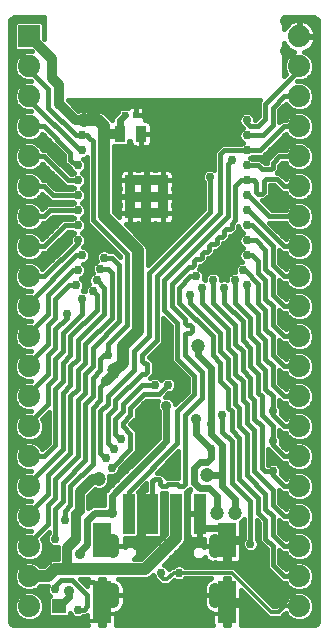
<source format=gbl>
G75*
%MOIN*%
%OFA0B0*%
%FSLAX25Y25*%
%IPPOS*%
%LPD*%
%AMOC8*
5,1,8,0,0,1.08239X$1,22.5*
%
%ADD10R,0.07400X0.07400*%
%ADD11C,0.07400*%
%ADD12C,0.04134*%
%ADD13R,0.03543X0.05512*%
%ADD14R,0.02441X0.02441*%
%ADD15R,0.03937X0.13386*%
%ADD16R,0.05906X0.14173*%
%ADD17R,0.05906X0.11811*%
%ADD18R,0.03543X0.03543*%
%ADD19R,0.04724X0.04724*%
%ADD20C,0.02953*%
%ADD21C,0.01200*%
%ADD22C,0.01600*%
%ADD23C,0.02400*%
%ADD24C,0.04000*%
%ADD25C,0.03200*%
%ADD26C,0.04724*%
%ADD27C,0.03543*%
D10*
X0009300Y0200050D03*
D11*
X0009300Y0190050D03*
X0009300Y0180050D03*
X0009300Y0170050D03*
X0009300Y0160050D03*
X0009300Y0150050D03*
X0009300Y0140050D03*
X0009300Y0130050D03*
X0009300Y0120050D03*
X0009300Y0110050D03*
X0009300Y0100050D03*
X0009300Y0090050D03*
X0009300Y0080050D03*
X0009300Y0070050D03*
X0009300Y0060050D03*
X0009300Y0050050D03*
X0009300Y0040050D03*
X0009300Y0030050D03*
X0009300Y0020050D03*
X0009300Y0010050D03*
X0099300Y0010050D03*
X0099300Y0020050D03*
X0099300Y0030050D03*
X0099300Y0040050D03*
X0099300Y0050050D03*
X0099300Y0060050D03*
X0099300Y0070050D03*
X0099300Y0080050D03*
X0099300Y0090050D03*
X0099300Y0100050D03*
X0099300Y0110050D03*
X0099300Y0120050D03*
X0099300Y0130050D03*
X0099300Y0140050D03*
X0099300Y0150050D03*
X0099300Y0160050D03*
X0099300Y0170050D03*
X0099300Y0180050D03*
X0099300Y0190050D03*
X0099300Y0200050D03*
D12*
X0071308Y0032235D02*
X0071308Y0028101D01*
X0071308Y0015778D02*
X0071308Y0011644D01*
X0037292Y0011644D02*
X0037292Y0015778D01*
X0037292Y0028101D02*
X0037292Y0032235D01*
D13*
X0039507Y0167550D03*
X0046593Y0167550D03*
D14*
X0044822Y0173800D03*
X0041278Y0173800D03*
D15*
X0042489Y0040867D03*
X0050363Y0040867D03*
X0058237Y0040867D03*
X0066111Y0040867D03*
D16*
X0075166Y0011339D03*
X0033434Y0011339D03*
D17*
X0033434Y0032206D03*
X0075166Y0032206D03*
D18*
X0053906Y0141103D03*
X0053906Y0146615D03*
X0053906Y0152127D03*
X0048394Y0152127D03*
X0048394Y0146615D03*
X0048394Y0141103D03*
X0042883Y0141103D03*
X0042883Y0146615D03*
X0042883Y0152127D03*
D19*
X0019300Y0010050D03*
D20*
X0018050Y0015675D03*
X0014300Y0015050D03*
X0014300Y0025050D03*
X0018050Y0032550D03*
X0021175Y0038800D03*
X0028675Y0018175D03*
X0025550Y0008800D03*
X0014300Y0005050D03*
X0037425Y0052550D03*
X0036800Y0056300D03*
X0034925Y0059425D03*
X0037425Y0062550D03*
X0039925Y0065675D03*
X0049300Y0076300D03*
X0051175Y0083800D03*
X0055550Y0083800D03*
X0054925Y0097855D03*
X0063050Y0113800D03*
X0066800Y0116300D03*
X0064925Y0120050D03*
X0070550Y0118800D03*
X0070550Y0125050D03*
X0074300Y0125050D03*
X0074300Y0121300D03*
X0074300Y0116300D03*
X0078050Y0118800D03*
X0080550Y0122009D03*
X0081800Y0127009D03*
X0081800Y0132009D03*
X0081800Y0137009D03*
X0081800Y0142009D03*
X0081800Y0147009D03*
X0081800Y0152009D03*
X0081800Y0157009D03*
X0081800Y0162009D03*
X0081800Y0167009D03*
X0081800Y0172009D03*
X0081800Y0177550D03*
X0078050Y0177550D03*
X0078050Y0173800D03*
X0078050Y0170050D03*
X0074300Y0170050D03*
X0074300Y0166300D03*
X0074300Y0173800D03*
X0074300Y0177550D03*
X0070550Y0177550D03*
X0070550Y0173800D03*
X0070550Y0170050D03*
X0070550Y0166300D03*
X0070550Y0162550D03*
X0066800Y0162550D03*
X0066800Y0158800D03*
X0063050Y0158800D03*
X0063050Y0155050D03*
X0063050Y0151300D03*
X0063050Y0147550D03*
X0063050Y0143800D03*
X0063050Y0140050D03*
X0059300Y0140050D03*
X0059300Y0136300D03*
X0055550Y0133800D03*
X0051800Y0133800D03*
X0051800Y0130050D03*
X0048050Y0133800D03*
X0059300Y0143800D03*
X0059300Y0147550D03*
X0059300Y0151300D03*
X0059300Y0155050D03*
X0059300Y0158800D03*
X0059300Y0162550D03*
X0059300Y0166300D03*
X0059300Y0170050D03*
X0059300Y0173800D03*
X0059300Y0177550D03*
X0055550Y0177550D03*
X0055550Y0173800D03*
X0055550Y0170050D03*
X0055550Y0166300D03*
X0055550Y0162550D03*
X0055550Y0158800D03*
X0051800Y0158800D03*
X0051800Y0162550D03*
X0051800Y0166300D03*
X0051800Y0170050D03*
X0051800Y0173800D03*
X0051800Y0177550D03*
X0048050Y0177550D03*
X0048050Y0173800D03*
X0044300Y0177550D03*
X0040550Y0177550D03*
X0036800Y0177550D03*
X0033050Y0177550D03*
X0029300Y0177550D03*
X0026800Y0167009D03*
X0026800Y0162009D03*
X0025550Y0157009D03*
X0025550Y0152009D03*
X0025550Y0147009D03*
X0025550Y0142009D03*
X0025550Y0137009D03*
X0025550Y0132009D03*
X0026800Y0127009D03*
X0025550Y0122009D03*
X0024925Y0117009D03*
X0026800Y0112550D03*
X0030550Y0115050D03*
X0031800Y0118800D03*
X0033050Y0122550D03*
X0034300Y0126300D03*
X0030550Y0130050D03*
X0030550Y0133800D03*
X0040550Y0158800D03*
X0040550Y0162550D03*
X0044300Y0162550D03*
X0044300Y0158800D03*
X0048050Y0158800D03*
X0048050Y0162550D03*
X0063050Y0162550D03*
X0063050Y0166300D03*
X0063050Y0170050D03*
X0063050Y0173800D03*
X0063050Y0177550D03*
X0066800Y0177550D03*
X0066800Y0173800D03*
X0066800Y0170050D03*
X0066800Y0166300D03*
X0069613Y0153175D03*
X0076800Y0158800D03*
X0078050Y0132550D03*
X0078050Y0128800D03*
X0078050Y0125050D03*
X0074300Y0128800D03*
X0081800Y0117009D03*
X0094300Y0115050D03*
X0094300Y0105050D03*
X0094300Y0095050D03*
X0094300Y0085050D03*
X0094300Y0075050D03*
X0090550Y0075050D03*
X0090550Y0065050D03*
X0094300Y0065050D03*
X0094300Y0055050D03*
X0090550Y0055050D03*
X0094300Y0045050D03*
X0094300Y0035050D03*
X0094300Y0025050D03*
X0094300Y0015050D03*
X0094300Y0005050D03*
X0083050Y0030778D03*
X0068050Y0007550D03*
X0064300Y0007550D03*
X0060550Y0007550D03*
X0060550Y0011300D03*
X0060550Y0015050D03*
X0056800Y0015050D03*
X0056800Y0011300D03*
X0056800Y0007550D03*
X0051800Y0007550D03*
X0051800Y0011300D03*
X0051800Y0015050D03*
X0048050Y0015050D03*
X0048050Y0011300D03*
X0048050Y0007550D03*
X0044300Y0007550D03*
X0040550Y0007550D03*
X0053316Y0021300D03*
X0059300Y0021300D03*
X0058050Y0058800D03*
X0050550Y0066300D03*
X0035550Y0093800D03*
X0021800Y0107550D03*
X0014300Y0125050D03*
X0014300Y0135050D03*
X0014300Y0145050D03*
X0014300Y0155050D03*
X0014300Y0165050D03*
X0014300Y0065050D03*
X0069925Y0062550D03*
X0069925Y0070675D03*
X0073675Y0073800D03*
X0094300Y0125050D03*
X0094300Y0135050D03*
X0094300Y0145050D03*
X0094300Y0155050D03*
X0094300Y0165050D03*
X0094300Y0175050D03*
X0094300Y0195050D03*
X0094300Y0205050D03*
D21*
X0081800Y0177550D02*
X0078050Y0177550D01*
X0074300Y0177550D01*
X0070550Y0177550D01*
X0066800Y0177550D01*
X0063050Y0177550D01*
X0059300Y0177550D01*
X0055550Y0177550D01*
X0051800Y0177550D01*
X0051800Y0173800D01*
X0055550Y0173800D01*
X0059300Y0173800D01*
X0063050Y0173800D01*
X0066800Y0173800D01*
X0070550Y0173800D01*
X0074300Y0173800D01*
X0078050Y0173800D01*
X0078050Y0170050D02*
X0074300Y0170050D01*
X0070550Y0170050D01*
X0066800Y0170050D01*
X0063050Y0170050D01*
X0059300Y0170050D01*
X0055550Y0170050D01*
X0051800Y0170050D01*
X0051800Y0173800D01*
X0048050Y0173800D01*
X0044822Y0173800D01*
X0044300Y0177550D02*
X0048050Y0177550D01*
X0051800Y0177550D01*
X0051800Y0170050D02*
X0051800Y0166300D01*
X0055550Y0166300D01*
X0059300Y0166300D01*
X0063050Y0166300D01*
X0066800Y0166300D01*
X0070550Y0166300D01*
X0074300Y0166300D01*
X0070550Y0162550D02*
X0066800Y0162550D01*
X0063050Y0162550D01*
X0059300Y0162550D01*
X0055550Y0162550D01*
X0051800Y0162550D01*
X0051800Y0158800D01*
X0055550Y0158800D01*
X0059300Y0158800D01*
X0059300Y0155050D01*
X0059300Y0151300D01*
X0059300Y0147550D01*
X0059300Y0143800D01*
X0059300Y0140050D01*
X0059300Y0136300D01*
X0055550Y0133800D02*
X0051800Y0133800D01*
X0051800Y0130050D01*
X0051800Y0133800D02*
X0048050Y0133800D01*
X0053906Y0141103D02*
X0053906Y0146615D01*
X0048394Y0146615D01*
X0048050Y0158800D02*
X0044300Y0158800D01*
X0040550Y0158800D01*
X0040550Y0162550D02*
X0044300Y0162550D01*
X0048050Y0162550D01*
X0051800Y0162550D01*
X0051800Y0166300D01*
X0051800Y0167550D01*
X0046593Y0167550D01*
X0048050Y0158800D02*
X0051800Y0158800D01*
X0059300Y0158800D02*
X0063050Y0158800D01*
X0066800Y0158800D01*
X0063050Y0158800D02*
X0063050Y0155050D01*
X0063050Y0151300D01*
X0063050Y0147550D01*
X0063050Y0143800D01*
X0063050Y0140050D01*
X0070550Y0125050D02*
X0074300Y0125050D01*
X0074300Y0121300D01*
X0074300Y0125050D02*
X0074300Y0128800D01*
X0078050Y0128800D01*
X0078050Y0125050D01*
X0078050Y0128800D02*
X0078050Y0132550D01*
X0044300Y0177550D02*
X0040550Y0177550D01*
X0036800Y0177550D01*
X0033050Y0177550D01*
X0029300Y0177550D01*
X0030550Y0133800D02*
X0030550Y0130050D01*
X0053316Y0021300D02*
X0053316Y0019784D01*
X0053987Y0019113D01*
X0055237Y0019113D01*
X0057425Y0021300D01*
X0059300Y0021300D01*
X0076800Y0021300D01*
X0089925Y0008175D01*
X0092425Y0008175D01*
X0094300Y0010050D01*
X0099300Y0010050D01*
X0075166Y0011339D02*
X0075166Y0007550D01*
X0068050Y0007550D01*
X0064300Y0007550D01*
X0060550Y0007550D01*
X0060550Y0011300D01*
X0060550Y0015050D01*
X0056800Y0015050D02*
X0056800Y0011300D01*
X0056800Y0007550D01*
X0060550Y0007550D01*
X0056800Y0007550D02*
X0051800Y0007550D01*
X0051800Y0011300D01*
X0051800Y0015050D01*
X0048050Y0015050D02*
X0048050Y0011300D01*
X0048050Y0007550D01*
X0051800Y0007550D01*
X0048050Y0007550D02*
X0044300Y0007550D01*
X0040550Y0007550D01*
X0034300Y0007550D01*
X0034300Y0005050D01*
X0014300Y0005050D01*
X0033040Y0007550D02*
X0034300Y0007550D01*
X0033040Y0007550D02*
X0033040Y0010946D01*
D22*
X0003376Y0004126D02*
X0003038Y0004712D01*
X0002994Y0005050D01*
X0002994Y0205050D01*
X0003038Y0205388D01*
X0003376Y0205974D01*
X0003962Y0206312D01*
X0004300Y0206356D01*
X0014300Y0206356D01*
X0014300Y0199148D01*
X0014298Y0199150D01*
X0014298Y0204288D01*
X0013538Y0205048D01*
X0005062Y0205048D01*
X0004302Y0204288D01*
X0004302Y0195812D01*
X0005062Y0195052D01*
X0010200Y0195052D01*
X0010204Y0195048D01*
X0008306Y0195048D01*
X0006469Y0194287D01*
X0005063Y0192881D01*
X0004302Y0191044D01*
X0004302Y0189056D01*
X0005063Y0187219D01*
X0006469Y0185813D01*
X0008306Y0185052D01*
X0010081Y0185052D01*
X0010085Y0185048D01*
X0008306Y0185048D01*
X0006469Y0184287D01*
X0005063Y0182881D01*
X0004302Y0181044D01*
X0004302Y0179056D01*
X0005063Y0177219D01*
X0006469Y0175813D01*
X0008306Y0175052D01*
X0010081Y0175052D01*
X0010085Y0175048D01*
X0008306Y0175048D01*
X0006469Y0174287D01*
X0005063Y0172881D01*
X0004302Y0171044D01*
X0004302Y0169056D01*
X0005063Y0167219D01*
X0006469Y0165813D01*
X0008306Y0165052D01*
X0010294Y0165052D01*
X0012131Y0165813D01*
X0013537Y0167219D01*
X0013721Y0167662D01*
X0020952Y0160431D01*
X0020952Y0157931D01*
X0022181Y0156702D01*
X0023023Y0155860D01*
X0023198Y0155437D01*
X0023978Y0154657D01*
X0024336Y0154509D01*
X0023978Y0154361D01*
X0023724Y0154107D01*
X0023210Y0154107D01*
X0016398Y0160919D01*
X0015169Y0162148D01*
X0013841Y0162148D01*
X0013537Y0162881D01*
X0012131Y0164287D01*
X0010294Y0165048D01*
X0008306Y0165048D01*
X0006469Y0164287D01*
X0005063Y0162881D01*
X0004302Y0161044D01*
X0004302Y0159056D01*
X0005063Y0157219D01*
X0006469Y0155813D01*
X0008306Y0155052D01*
X0010294Y0155052D01*
X0012131Y0155813D01*
X0013537Y0157219D01*
X0013721Y0157662D01*
X0021472Y0149911D01*
X0023724Y0149911D01*
X0023978Y0149657D01*
X0024336Y0149509D01*
X0023978Y0149361D01*
X0023724Y0149107D01*
X0018210Y0149107D01*
X0016398Y0150919D01*
X0015169Y0152148D01*
X0013841Y0152148D01*
X0013537Y0152881D01*
X0012131Y0154287D01*
X0010294Y0155048D01*
X0008306Y0155048D01*
X0006469Y0154287D01*
X0005063Y0152881D01*
X0004302Y0151044D01*
X0004302Y0149056D01*
X0005063Y0147219D01*
X0006469Y0145813D01*
X0008306Y0145052D01*
X0010294Y0145052D01*
X0012131Y0145813D01*
X0013537Y0147219D01*
X0013721Y0147662D01*
X0016472Y0144911D01*
X0023724Y0144911D01*
X0023978Y0144657D01*
X0024336Y0144509D01*
X0023978Y0144361D01*
X0023724Y0144107D01*
X0015390Y0144107D01*
X0013721Y0142438D01*
X0013537Y0142881D01*
X0012131Y0144287D01*
X0010294Y0145048D01*
X0008306Y0145048D01*
X0006469Y0144287D01*
X0005063Y0142881D01*
X0004302Y0141044D01*
X0004302Y0139056D01*
X0005063Y0137219D01*
X0006469Y0135813D01*
X0008306Y0135052D01*
X0010294Y0135052D01*
X0012131Y0135813D01*
X0013537Y0137219D01*
X0013841Y0137952D01*
X0015169Y0137952D01*
X0016398Y0139181D01*
X0017128Y0139911D01*
X0023724Y0139911D01*
X0023978Y0139657D01*
X0024336Y0139509D01*
X0023978Y0139361D01*
X0023724Y0139107D01*
X0020390Y0139107D01*
X0013721Y0132438D01*
X0013537Y0132881D01*
X0012131Y0134287D01*
X0010294Y0135048D01*
X0008306Y0135048D01*
X0006469Y0134287D01*
X0005063Y0132881D01*
X0004302Y0131044D01*
X0004302Y0129056D01*
X0005063Y0127219D01*
X0006469Y0125813D01*
X0008306Y0125052D01*
X0010294Y0125052D01*
X0012131Y0125813D01*
X0013537Y0127219D01*
X0013841Y0127952D01*
X0015169Y0127952D01*
X0016398Y0129181D01*
X0022128Y0134911D01*
X0023724Y0134911D01*
X0023978Y0134657D01*
X0024336Y0134509D01*
X0023978Y0134361D01*
X0023198Y0133580D01*
X0022776Y0132561D01*
X0022776Y0131493D01*
X0013721Y0122438D01*
X0013537Y0122881D01*
X0012131Y0124287D01*
X0010294Y0125048D01*
X0008306Y0125048D01*
X0006469Y0124287D01*
X0005063Y0122881D01*
X0004302Y0121044D01*
X0004302Y0119056D01*
X0005063Y0117219D01*
X0006469Y0115813D01*
X0008306Y0115052D01*
X0010085Y0115052D01*
X0010081Y0115048D01*
X0008306Y0115048D01*
X0006469Y0114287D01*
X0005063Y0112881D01*
X0004302Y0111044D01*
X0004302Y0109056D01*
X0005063Y0107219D01*
X0006469Y0105813D01*
X0008306Y0105052D01*
X0010085Y0105052D01*
X0010081Y0105048D01*
X0008306Y0105048D01*
X0006469Y0104287D01*
X0005063Y0102881D01*
X0004302Y0101044D01*
X0004302Y0099056D01*
X0005063Y0097219D01*
X0006469Y0095813D01*
X0008306Y0095052D01*
X0010085Y0095052D01*
X0010081Y0095048D01*
X0008306Y0095048D01*
X0006469Y0094287D01*
X0005063Y0092881D01*
X0004302Y0091044D01*
X0004302Y0089056D01*
X0005063Y0087219D01*
X0006469Y0085813D01*
X0008306Y0085052D01*
X0010085Y0085052D01*
X0010081Y0085048D01*
X0008306Y0085048D01*
X0006469Y0084287D01*
X0005063Y0082881D01*
X0004302Y0081044D01*
X0004302Y0079056D01*
X0005063Y0077219D01*
X0006469Y0075813D01*
X0008306Y0075052D01*
X0010085Y0075052D01*
X0010081Y0075048D01*
X0008306Y0075048D01*
X0006469Y0074287D01*
X0005063Y0072881D01*
X0004302Y0071044D01*
X0004302Y0069056D01*
X0005063Y0067219D01*
X0006469Y0065813D01*
X0008306Y0065052D01*
X0010294Y0065052D01*
X0012131Y0065813D01*
X0013537Y0067219D01*
X0014298Y0069056D01*
X0014298Y0071044D01*
X0013628Y0072661D01*
X0015952Y0074985D01*
X0015952Y0064669D01*
X0013721Y0062438D01*
X0013537Y0062881D01*
X0012131Y0064287D01*
X0010294Y0065048D01*
X0008306Y0065048D01*
X0006469Y0064287D01*
X0005063Y0062881D01*
X0004302Y0061044D01*
X0004302Y0059056D01*
X0005063Y0057219D01*
X0006469Y0055813D01*
X0008306Y0055052D01*
X0010085Y0055052D01*
X0010081Y0055048D01*
X0008306Y0055048D01*
X0006469Y0054287D01*
X0005063Y0052881D01*
X0004302Y0051044D01*
X0004302Y0049056D01*
X0005063Y0047219D01*
X0006469Y0045813D01*
X0008306Y0045052D01*
X0010085Y0045052D01*
X0010081Y0045048D01*
X0008306Y0045048D01*
X0006469Y0044287D01*
X0005063Y0042881D01*
X0004302Y0041044D01*
X0004302Y0039056D01*
X0005063Y0037219D01*
X0006469Y0035813D01*
X0008306Y0035052D01*
X0010085Y0035052D01*
X0010081Y0035048D01*
X0008306Y0035048D01*
X0006469Y0034287D01*
X0005063Y0032881D01*
X0004302Y0031044D01*
X0004302Y0029056D01*
X0005063Y0027219D01*
X0006469Y0025813D01*
X0008306Y0025052D01*
X0010294Y0025052D01*
X0012131Y0025813D01*
X0013537Y0027219D01*
X0014298Y0029056D01*
X0014298Y0031044D01*
X0013628Y0032661D01*
X0015952Y0034985D01*
X0015952Y0034376D01*
X0015698Y0034122D01*
X0015276Y0033102D01*
X0015276Y0031998D01*
X0015698Y0030978D01*
X0016478Y0030198D01*
X0017498Y0029776D01*
X0018602Y0029776D01*
X0018902Y0029900D01*
X0018902Y0025848D01*
X0017394Y0025848D01*
X0016182Y0025346D01*
X0015254Y0024418D01*
X0014184Y0023348D01*
X0013070Y0023348D01*
X0012131Y0024287D01*
X0010294Y0025048D01*
X0008306Y0025048D01*
X0006469Y0024287D01*
X0005063Y0022881D01*
X0004302Y0021044D01*
X0004302Y0019056D01*
X0005063Y0017219D01*
X0006469Y0015813D01*
X0008306Y0015052D01*
X0010294Y0015052D01*
X0012131Y0015813D01*
X0013070Y0016752D01*
X0015493Y0016752D01*
X0015276Y0016227D01*
X0015276Y0015123D01*
X0015698Y0014103D01*
X0016246Y0013556D01*
X0015640Y0012950D01*
X0015640Y0007150D01*
X0016400Y0006390D01*
X0022200Y0006390D01*
X0022960Y0007150D01*
X0022960Y0007803D01*
X0023198Y0007228D01*
X0023978Y0006448D01*
X0024998Y0006026D01*
X0026102Y0006026D01*
X0027122Y0006448D01*
X0027376Y0006702D01*
X0028294Y0006702D01*
X0028681Y0007089D01*
X0028681Y0004016D01*
X0028754Y0003744D01*
X0004300Y0003744D01*
X0003962Y0003788D01*
X0003376Y0004126D01*
X0003363Y0004149D02*
X0028681Y0004149D01*
X0028681Y0005747D02*
X0011972Y0005747D01*
X0012131Y0005813D02*
X0013537Y0007219D01*
X0014298Y0009056D01*
X0014298Y0011044D01*
X0013537Y0012881D01*
X0012131Y0014287D01*
X0010294Y0015048D01*
X0008306Y0015048D01*
X0006469Y0014287D01*
X0005063Y0012881D01*
X0004302Y0011044D01*
X0004302Y0009056D01*
X0005063Y0007219D01*
X0006469Y0005813D01*
X0008306Y0005052D01*
X0010294Y0005052D01*
X0012131Y0005813D01*
X0013590Y0007346D02*
X0015640Y0007346D01*
X0015640Y0008944D02*
X0014252Y0008944D01*
X0014298Y0010543D02*
X0015640Y0010543D01*
X0015640Y0012141D02*
X0013844Y0012141D01*
X0012679Y0013740D02*
X0016062Y0013740D01*
X0015276Y0015338D02*
X0010985Y0015338D01*
X0007615Y0015338D02*
X0002994Y0015338D01*
X0002994Y0013740D02*
X0005921Y0013740D01*
X0004756Y0012141D02*
X0002994Y0012141D01*
X0002994Y0010543D02*
X0004302Y0010543D01*
X0004348Y0008944D02*
X0002994Y0008944D01*
X0002994Y0007346D02*
X0005010Y0007346D01*
X0006628Y0005747D02*
X0002994Y0005747D01*
X0002994Y0016937D02*
X0005345Y0016937D01*
X0004518Y0018535D02*
X0002994Y0018535D01*
X0002994Y0020134D02*
X0004302Y0020134D01*
X0004587Y0021732D02*
X0002994Y0021732D01*
X0002994Y0023331D02*
X0005512Y0023331D01*
X0005754Y0026528D02*
X0002994Y0026528D01*
X0002994Y0028126D02*
X0004687Y0028126D01*
X0004302Y0029725D02*
X0002994Y0029725D01*
X0002994Y0031323D02*
X0004418Y0031323D01*
X0005103Y0032922D02*
X0002994Y0032922D01*
X0002994Y0034520D02*
X0007032Y0034520D01*
X0006163Y0036119D02*
X0002994Y0036119D01*
X0002994Y0037717D02*
X0004856Y0037717D01*
X0004302Y0039316D02*
X0002994Y0039316D01*
X0002994Y0040914D02*
X0004302Y0040914D01*
X0004910Y0042513D02*
X0002994Y0042513D01*
X0002994Y0044111D02*
X0006293Y0044111D01*
X0006718Y0045710D02*
X0002994Y0045710D01*
X0002994Y0047308D02*
X0005026Y0047308D01*
X0004364Y0048907D02*
X0002994Y0048907D01*
X0002994Y0050505D02*
X0004302Y0050505D01*
X0004741Y0052104D02*
X0002994Y0052104D01*
X0002994Y0053702D02*
X0005884Y0053702D01*
X0007705Y0055301D02*
X0002994Y0055301D01*
X0002994Y0056899D02*
X0005382Y0056899D01*
X0004533Y0058498D02*
X0002994Y0058498D01*
X0002994Y0060096D02*
X0004302Y0060096D01*
X0004572Y0061695D02*
X0002994Y0061695D01*
X0002994Y0063293D02*
X0005475Y0063293D01*
X0005791Y0066490D02*
X0002994Y0066490D01*
X0002994Y0064892D02*
X0007929Y0064892D01*
X0010671Y0064892D02*
X0015952Y0064892D01*
X0015952Y0066490D02*
X0012809Y0066490D01*
X0013897Y0068089D02*
X0015952Y0068089D01*
X0015952Y0069687D02*
X0014298Y0069687D01*
X0014198Y0071286D02*
X0015952Y0071286D01*
X0015952Y0072884D02*
X0013851Y0072884D01*
X0015450Y0074483D02*
X0015952Y0074483D01*
X0015550Y0077550D02*
X0009300Y0071300D01*
X0009300Y0070050D01*
X0006942Y0074483D02*
X0002994Y0074483D01*
X0002994Y0072884D02*
X0005066Y0072884D01*
X0004402Y0071286D02*
X0002994Y0071286D01*
X0002994Y0069687D02*
X0004302Y0069687D01*
X0004702Y0068089D02*
X0002994Y0068089D01*
X0002994Y0076082D02*
X0006200Y0076082D01*
X0004872Y0077680D02*
X0002994Y0077680D01*
X0002994Y0079279D02*
X0004302Y0079279D01*
X0004302Y0080877D02*
X0002994Y0080877D01*
X0002994Y0082476D02*
X0004895Y0082476D01*
X0006256Y0084074D02*
X0002994Y0084074D01*
X0002994Y0085673D02*
X0006808Y0085673D01*
X0005041Y0087271D02*
X0002994Y0087271D01*
X0002994Y0088870D02*
X0004379Y0088870D01*
X0004302Y0090468D02*
X0002994Y0090468D01*
X0002994Y0092067D02*
X0004726Y0092067D01*
X0005847Y0093665D02*
X0002994Y0093665D01*
X0002994Y0095264D02*
X0007795Y0095264D01*
X0009300Y0091300D02*
X0009300Y0090050D01*
X0009300Y0091300D02*
X0015550Y0097550D01*
X0015550Y0103800D01*
X0018050Y0106300D01*
X0018050Y0112550D01*
X0022509Y0117009D01*
X0024925Y0117009D01*
X0026616Y0119241D02*
X0029026Y0119241D01*
X0029026Y0119352D02*
X0029026Y0118248D01*
X0029318Y0117543D01*
X0028978Y0117402D01*
X0028198Y0116622D01*
X0027776Y0115602D01*
X0027776Y0115149D01*
X0027352Y0115324D01*
X0027164Y0115324D01*
X0027277Y0115437D01*
X0027699Y0116457D01*
X0027699Y0117561D01*
X0027277Y0118580D01*
X0026497Y0119361D01*
X0026452Y0119379D01*
X0027122Y0119657D01*
X0027902Y0120437D01*
X0028324Y0121457D01*
X0028324Y0122561D01*
X0027902Y0123580D01*
X0027248Y0124234D01*
X0027352Y0124234D01*
X0028372Y0124657D01*
X0029152Y0125437D01*
X0029574Y0126457D01*
X0029574Y0127561D01*
X0029152Y0128580D01*
X0028372Y0129361D01*
X0027352Y0129783D01*
X0027248Y0129783D01*
X0027902Y0130437D01*
X0028324Y0131457D01*
X0028324Y0132561D01*
X0027902Y0133580D01*
X0027122Y0134361D01*
X0026764Y0134509D01*
X0027122Y0134657D01*
X0027902Y0135437D01*
X0028324Y0136457D01*
X0028324Y0137561D01*
X0027902Y0138580D01*
X0027122Y0139361D01*
X0026764Y0139509D01*
X0027122Y0139657D01*
X0027902Y0140437D01*
X0028324Y0141457D01*
X0028324Y0142561D01*
X0027902Y0143580D01*
X0027122Y0144361D01*
X0026764Y0144509D01*
X0027122Y0144657D01*
X0027902Y0145437D01*
X0028324Y0146457D01*
X0028324Y0147561D01*
X0027902Y0148580D01*
X0027122Y0149361D01*
X0026764Y0149509D01*
X0027122Y0149657D01*
X0027902Y0150437D01*
X0028324Y0151457D01*
X0028324Y0152561D01*
X0027902Y0153580D01*
X0027122Y0154361D01*
X0026764Y0154509D01*
X0027122Y0154657D01*
X0027902Y0155437D01*
X0028324Y0156457D01*
X0028324Y0157561D01*
X0027902Y0158580D01*
X0027248Y0159234D01*
X0027352Y0159234D01*
X0028372Y0159657D01*
X0028452Y0159737D01*
X0028452Y0137931D01*
X0029681Y0136702D01*
X0039702Y0126681D01*
X0039702Y0126365D01*
X0037669Y0128398D01*
X0036126Y0128398D01*
X0035872Y0128652D01*
X0034852Y0129074D01*
X0033748Y0129074D01*
X0032728Y0128652D01*
X0031948Y0127872D01*
X0031526Y0126852D01*
X0031526Y0125748D01*
X0031818Y0125043D01*
X0031478Y0124902D01*
X0030698Y0124122D01*
X0030276Y0123102D01*
X0030276Y0121998D01*
X0030568Y0121293D01*
X0030228Y0121152D01*
X0029448Y0120372D01*
X0029026Y0119352D01*
X0029276Y0117643D02*
X0027665Y0117643D01*
X0027528Y0116044D02*
X0027959Y0116044D01*
X0026800Y0112550D02*
X0026800Y0107550D01*
X0020550Y0101300D01*
X0020550Y0095050D01*
X0018050Y0092550D01*
X0018050Y0086300D01*
X0015550Y0083800D01*
X0015550Y0077550D01*
X0018050Y0082550D02*
X0018050Y0063800D01*
X0014300Y0060050D01*
X0009300Y0060050D01*
X0013125Y0063293D02*
X0014576Y0063293D01*
X0020550Y0062550D02*
X0009300Y0051300D01*
X0009300Y0050050D01*
X0015550Y0047550D02*
X0009300Y0041300D01*
X0009300Y0040050D01*
X0013889Y0032922D02*
X0015276Y0032922D01*
X0015487Y0034520D02*
X0015952Y0034520D01*
X0015550Y0037550D02*
X0015550Y0043800D01*
X0018050Y0046300D01*
X0018050Y0052550D01*
X0025550Y0060050D01*
X0025550Y0078800D01*
X0028050Y0081300D01*
X0028050Y0087550D01*
X0030550Y0090050D01*
X0030550Y0096300D01*
X0039300Y0105050D01*
X0039300Y0123800D01*
X0036800Y0126300D01*
X0034300Y0126300D01*
X0033164Y0128832D02*
X0028900Y0128832D01*
X0029574Y0127234D02*
X0031684Y0127234D01*
X0031572Y0125635D02*
X0029234Y0125635D01*
X0030663Y0124037D02*
X0027445Y0124037D01*
X0028324Y0122438D02*
X0030276Y0122438D01*
X0029916Y0120840D02*
X0028069Y0120840D01*
X0025550Y0122009D02*
X0023759Y0122009D01*
X0015550Y0113800D01*
X0015550Y0107550D01*
X0009300Y0101300D01*
X0009300Y0100050D01*
X0007839Y0104855D02*
X0002994Y0104855D01*
X0002994Y0106453D02*
X0005829Y0106453D01*
X0004718Y0108052D02*
X0002994Y0108052D01*
X0002994Y0109650D02*
X0004302Y0109650D01*
X0004387Y0111249D02*
X0002994Y0111249D01*
X0002994Y0112847D02*
X0005049Y0112847D01*
X0006852Y0114446D02*
X0002994Y0114446D01*
X0002994Y0116044D02*
X0006237Y0116044D01*
X0004887Y0117643D02*
X0002994Y0117643D01*
X0002994Y0119241D02*
X0004302Y0119241D01*
X0004302Y0120840D02*
X0002994Y0120840D01*
X0002994Y0122438D02*
X0004880Y0122438D01*
X0006219Y0124037D02*
X0002994Y0124037D01*
X0002994Y0125635D02*
X0006897Y0125635D01*
X0005057Y0127234D02*
X0002994Y0127234D01*
X0002994Y0128832D02*
X0004395Y0128832D01*
X0004302Y0130431D02*
X0002994Y0130431D01*
X0002994Y0132029D02*
X0004710Y0132029D01*
X0005810Y0133628D02*
X0002994Y0133628D01*
X0002994Y0135226D02*
X0007885Y0135226D01*
X0010715Y0135226D02*
X0016509Y0135226D01*
X0018108Y0136825D02*
X0013143Y0136825D01*
X0014300Y0140050D02*
X0009300Y0140050D01*
X0007749Y0144818D02*
X0002994Y0144818D01*
X0002994Y0146416D02*
X0005866Y0146416D01*
X0004733Y0148015D02*
X0002994Y0148015D01*
X0002994Y0149613D02*
X0004302Y0149613D01*
X0004371Y0151212D02*
X0002994Y0151212D01*
X0002994Y0152810D02*
X0005033Y0152810D01*
X0006762Y0154409D02*
X0002994Y0154409D01*
X0002994Y0156007D02*
X0006275Y0156007D01*
X0004903Y0157606D02*
X0002994Y0157606D01*
X0002994Y0159204D02*
X0004302Y0159204D01*
X0004302Y0160803D02*
X0002994Y0160803D01*
X0002994Y0162401D02*
X0004864Y0162401D01*
X0006181Y0164000D02*
X0002994Y0164000D01*
X0002994Y0165598D02*
X0006987Y0165598D01*
X0005085Y0167197D02*
X0002994Y0167197D01*
X0002994Y0168795D02*
X0004410Y0168795D01*
X0004302Y0170394D02*
X0002994Y0170394D01*
X0002994Y0171992D02*
X0004695Y0171992D01*
X0005772Y0173591D02*
X0002994Y0173591D01*
X0002994Y0175189D02*
X0007975Y0175189D01*
X0005494Y0176788D02*
X0002994Y0176788D01*
X0002994Y0178386D02*
X0004579Y0178386D01*
X0004302Y0179985D02*
X0002994Y0179985D01*
X0002994Y0181583D02*
X0004525Y0181583D01*
X0005364Y0183182D02*
X0002994Y0183182D01*
X0002994Y0184780D02*
X0007660Y0184780D01*
X0005903Y0186379D02*
X0002994Y0186379D01*
X0002994Y0187977D02*
X0004749Y0187977D01*
X0004302Y0189576D02*
X0002994Y0189576D01*
X0002994Y0191174D02*
X0004356Y0191174D01*
X0005018Y0192773D02*
X0002994Y0192773D01*
X0002994Y0194371D02*
X0006672Y0194371D01*
X0009300Y0190050D02*
X0009300Y0188800D01*
X0015550Y0182550D01*
X0015550Y0176300D01*
X0024841Y0167009D01*
X0026800Y0167009D01*
X0028591Y0167009D01*
X0029300Y0166300D01*
X0030550Y0165050D01*
X0030550Y0138800D01*
X0041800Y0127550D01*
X0041800Y0103800D01*
X0035550Y0097550D01*
X0035550Y0093800D01*
X0034300Y0093800D01*
X0033050Y0092550D01*
X0033050Y0088800D01*
X0030550Y0086300D01*
X0030550Y0080050D01*
X0028050Y0077550D01*
X0028050Y0058800D01*
X0020550Y0051300D01*
X0020550Y0045050D01*
X0018050Y0042550D01*
X0018050Y0032550D01*
X0018902Y0029725D02*
X0014298Y0029725D01*
X0014182Y0031323D02*
X0015555Y0031323D01*
X0013913Y0028126D02*
X0018902Y0028126D01*
X0018902Y0026528D02*
X0012846Y0026528D01*
X0010581Y0024929D02*
X0015765Y0024929D01*
X0019925Y0018800D02*
X0018050Y0016925D01*
X0018050Y0015675D01*
X0019925Y0018800D02*
X0023675Y0018800D01*
X0028050Y0014425D01*
X0028675Y0013800D01*
X0028675Y0010050D01*
X0027425Y0008800D01*
X0025550Y0008800D01*
X0023149Y0007346D02*
X0022960Y0007346D01*
X0028681Y0016761D02*
X0028681Y0018663D01*
X0028804Y0019121D01*
X0028880Y0019252D01*
X0026190Y0019252D01*
X0028681Y0016761D01*
X0028681Y0016937D02*
X0028505Y0016937D01*
X0028675Y0018175D02*
X0030550Y0018175D01*
X0033040Y0015685D01*
X0033040Y0013711D01*
X0032757Y0013740D02*
X0033425Y0013740D01*
X0033425Y0013711D02*
X0034110Y0013711D01*
X0033425Y0013711D01*
X0033425Y0012016D01*
X0032757Y0012016D01*
X0032757Y0019252D01*
X0034110Y0019252D01*
X0034110Y0017977D01*
X0033865Y0017610D01*
X0033574Y0016906D01*
X0033425Y0016159D01*
X0033425Y0013711D01*
X0034110Y0013711D02*
X0034110Y0013711D01*
X0033425Y0012141D02*
X0032757Y0012141D01*
X0032757Y0010663D02*
X0033545Y0010663D01*
X0033574Y0010517D01*
X0033865Y0009813D01*
X0034110Y0009446D01*
X0034110Y0003744D01*
X0032757Y0003744D01*
X0032757Y0010663D01*
X0032757Y0010543D02*
X0033569Y0010543D01*
X0034110Y0008944D02*
X0032757Y0008944D01*
X0032757Y0007346D02*
X0034110Y0007346D01*
X0034110Y0005747D02*
X0032757Y0005747D01*
X0032757Y0004149D02*
X0034110Y0004149D01*
X0038114Y0003744D02*
X0038187Y0004016D01*
X0038187Y0007880D01*
X0038420Y0007926D01*
X0039124Y0008218D01*
X0039757Y0008641D01*
X0040296Y0009179D01*
X0040719Y0009813D01*
X0041010Y0010517D01*
X0041159Y0011264D01*
X0041159Y0013711D01*
X0038187Y0013711D01*
X0038187Y0013711D01*
X0041159Y0013711D01*
X0041159Y0016159D01*
X0041010Y0016906D01*
X0040719Y0017610D01*
X0040296Y0018243D01*
X0039757Y0018782D01*
X0039124Y0019205D01*
X0039011Y0019252D01*
X0048706Y0019252D01*
X0049918Y0019754D01*
X0050650Y0020486D01*
X0050964Y0019728D01*
X0051418Y0019274D01*
X0051418Y0018998D01*
X0052090Y0018326D01*
X0053201Y0017215D01*
X0056024Y0017215D01*
X0057749Y0018940D01*
X0058748Y0018526D01*
X0059852Y0018526D01*
X0060872Y0018948D01*
X0061326Y0019402D01*
X0069951Y0019402D01*
X0069476Y0019205D01*
X0068843Y0018782D01*
X0068304Y0018243D01*
X0067881Y0017610D01*
X0067590Y0016906D01*
X0067441Y0016159D01*
X0067441Y0013711D01*
X0067441Y0011264D01*
X0067590Y0010517D01*
X0067881Y0009813D01*
X0068304Y0009179D01*
X0068843Y0008641D01*
X0069476Y0008218D01*
X0070180Y0007926D01*
X0070413Y0007880D01*
X0070413Y0004016D01*
X0070486Y0003744D01*
X0038114Y0003744D01*
X0038187Y0004149D02*
X0070413Y0004149D01*
X0070413Y0005747D02*
X0038187Y0005747D01*
X0038187Y0007346D02*
X0070413Y0007346D01*
X0068540Y0008944D02*
X0040060Y0008944D01*
X0041016Y0010543D02*
X0067584Y0010543D01*
X0067441Y0012141D02*
X0041159Y0012141D01*
X0041159Y0013740D02*
X0067441Y0013740D01*
X0067441Y0013711D02*
X0070413Y0013711D01*
X0067441Y0013711D01*
X0067441Y0015338D02*
X0041159Y0015338D01*
X0040998Y0016937D02*
X0067602Y0016937D01*
X0068596Y0018535D02*
X0059875Y0018535D01*
X0058725Y0018535D02*
X0057344Y0018535D01*
X0055857Y0022416D02*
X0055668Y0022872D01*
X0054887Y0023652D01*
X0054130Y0023966D01*
X0060105Y0029941D01*
X0061033Y0030869D01*
X0061535Y0032081D01*
X0061535Y0041523D01*
X0061503Y0041599D01*
X0061503Y0048036D01*
X0062044Y0048577D01*
X0062767Y0049300D01*
X0062885Y0049182D01*
X0063056Y0049011D01*
X0063037Y0049000D01*
X0062702Y0048665D01*
X0062465Y0048255D01*
X0062343Y0047797D01*
X0062343Y0041051D01*
X0065927Y0041051D01*
X0065927Y0040683D01*
X0062343Y0040683D01*
X0062343Y0033937D01*
X0062465Y0033479D01*
X0062702Y0033069D01*
X0063037Y0032734D01*
X0063448Y0032497D01*
X0063906Y0032374D01*
X0065927Y0032374D01*
X0065927Y0040683D01*
X0066295Y0040683D01*
X0066295Y0032374D01*
X0067441Y0032374D01*
X0067441Y0030168D01*
X0067441Y0029955D01*
X0067135Y0030262D01*
X0066189Y0030653D01*
X0065166Y0030653D01*
X0064221Y0030262D01*
X0063498Y0029538D01*
X0063106Y0028593D01*
X0063106Y0027570D01*
X0063498Y0026625D01*
X0064221Y0025901D01*
X0065166Y0025510D01*
X0066189Y0025510D01*
X0067135Y0025901D01*
X0067770Y0026537D01*
X0067881Y0026270D01*
X0068304Y0025636D01*
X0068843Y0025098D01*
X0069476Y0024674D01*
X0070180Y0024383D01*
X0070927Y0024234D01*
X0071308Y0024234D01*
X0071689Y0024234D01*
X0072436Y0024383D01*
X0072719Y0024500D01*
X0074490Y0024500D01*
X0074490Y0025903D01*
X0074735Y0026270D01*
X0075026Y0026973D01*
X0075175Y0027720D01*
X0075175Y0030168D01*
X0074490Y0030168D01*
X0074490Y0030168D01*
X0075175Y0030168D01*
X0075175Y0031529D01*
X0075843Y0031529D01*
X0075843Y0032882D01*
X0079919Y0032882D01*
X0079919Y0038112D01*
X0080123Y0038197D01*
X0080952Y0039026D01*
X0080952Y0032604D01*
X0080698Y0032350D01*
X0080276Y0031330D01*
X0080276Y0030226D01*
X0080698Y0029207D01*
X0081478Y0028426D01*
X0082498Y0028004D01*
X0083602Y0028004D01*
X0084622Y0028426D01*
X0085402Y0029207D01*
X0085824Y0030226D01*
X0085824Y0031330D01*
X0085402Y0032350D01*
X0085148Y0032604D01*
X0085148Y0038735D01*
X0085952Y0037931D01*
X0085952Y0031681D01*
X0088452Y0029181D01*
X0088452Y0022931D01*
X0092202Y0019181D01*
X0093431Y0017952D01*
X0094759Y0017952D01*
X0095063Y0017219D01*
X0096469Y0015813D01*
X0098306Y0015052D01*
X0100294Y0015052D01*
X0102131Y0015813D01*
X0103537Y0017219D01*
X0104298Y0019056D01*
X0104298Y0021044D01*
X0103537Y0022881D01*
X0102131Y0024287D01*
X0100294Y0025048D01*
X0098306Y0025048D01*
X0096469Y0024287D01*
X0095063Y0022881D01*
X0094879Y0022438D01*
X0092648Y0024669D01*
X0092648Y0028735D01*
X0093431Y0027952D01*
X0094759Y0027952D01*
X0095063Y0027219D01*
X0096469Y0025813D01*
X0098306Y0025052D01*
X0100294Y0025052D01*
X0102131Y0025813D01*
X0103537Y0027219D01*
X0104298Y0029056D01*
X0104298Y0031044D01*
X0103537Y0032881D01*
X0102131Y0034287D01*
X0100294Y0035048D01*
X0098306Y0035048D01*
X0096469Y0034287D01*
X0095063Y0032881D01*
X0094879Y0032438D01*
X0092648Y0034669D01*
X0092648Y0038735D01*
X0093431Y0037952D01*
X0094759Y0037952D01*
X0095063Y0037219D01*
X0096469Y0035813D01*
X0098306Y0035052D01*
X0100294Y0035052D01*
X0102131Y0035813D01*
X0103537Y0037219D01*
X0104298Y0039056D01*
X0104298Y0041044D01*
X0103537Y0042881D01*
X0102131Y0044287D01*
X0100294Y0045048D01*
X0098306Y0045048D01*
X0096469Y0044287D01*
X0095063Y0042881D01*
X0094879Y0042438D01*
X0092648Y0044669D01*
X0092648Y0048735D01*
X0093431Y0047952D01*
X0094759Y0047952D01*
X0095063Y0047219D01*
X0096469Y0045813D01*
X0098306Y0045052D01*
X0100294Y0045052D01*
X0102131Y0045813D01*
X0103537Y0047219D01*
X0104298Y0049056D01*
X0104298Y0051044D01*
X0103537Y0052881D01*
X0102131Y0054287D01*
X0100294Y0055048D01*
X0098306Y0055048D01*
X0096469Y0054287D01*
X0095063Y0052881D01*
X0094879Y0052438D01*
X0093176Y0054141D01*
X0093324Y0054498D01*
X0093324Y0055602D01*
X0092902Y0056622D01*
X0092122Y0057402D01*
X0091102Y0057824D01*
X0089998Y0057824D01*
X0088978Y0057402D01*
X0088898Y0057322D01*
X0088898Y0062485D01*
X0093431Y0057952D01*
X0094759Y0057952D01*
X0095063Y0057219D01*
X0096469Y0055813D01*
X0098306Y0055052D01*
X0100294Y0055052D01*
X0102131Y0055813D01*
X0103537Y0057219D01*
X0104298Y0059056D01*
X0104298Y0061044D01*
X0103537Y0062881D01*
X0102131Y0064287D01*
X0100294Y0065048D01*
X0098306Y0065048D01*
X0096469Y0064287D01*
X0095063Y0062881D01*
X0094879Y0062438D01*
X0093176Y0064141D01*
X0093324Y0064498D01*
X0093324Y0065602D01*
X0092902Y0066622D01*
X0092648Y0066876D01*
X0092648Y0068735D01*
X0093431Y0067952D01*
X0094759Y0067952D01*
X0095063Y0067219D01*
X0096469Y0065813D01*
X0098306Y0065052D01*
X0100294Y0065052D01*
X0102131Y0065813D01*
X0103537Y0067219D01*
X0104298Y0069056D01*
X0104298Y0071044D01*
X0103537Y0072881D01*
X0102131Y0074287D01*
X0100294Y0075048D01*
X0098306Y0075048D01*
X0096469Y0074287D01*
X0095063Y0072881D01*
X0094879Y0072438D01*
X0093176Y0074141D01*
X0093324Y0074498D01*
X0093324Y0075602D01*
X0092902Y0076622D01*
X0092648Y0076876D01*
X0092648Y0078735D01*
X0093431Y0077952D01*
X0094759Y0077952D01*
X0095063Y0077219D01*
X0096469Y0075813D01*
X0098306Y0075052D01*
X0100294Y0075052D01*
X0102131Y0075813D01*
X0103537Y0077219D01*
X0104298Y0079056D01*
X0104298Y0081044D01*
X0103537Y0082881D01*
X0102131Y0084287D01*
X0100294Y0085048D01*
X0098306Y0085048D01*
X0096469Y0084287D01*
X0095063Y0082881D01*
X0094879Y0082438D01*
X0092648Y0084669D01*
X0092648Y0088735D01*
X0093431Y0087952D01*
X0094759Y0087952D01*
X0095063Y0087219D01*
X0096469Y0085813D01*
X0098306Y0085052D01*
X0100294Y0085052D01*
X0102131Y0085813D01*
X0103537Y0087219D01*
X0104298Y0089056D01*
X0104298Y0091044D01*
X0103537Y0092881D01*
X0102131Y0094287D01*
X0100294Y0095048D01*
X0098306Y0095048D01*
X0096469Y0094287D01*
X0095063Y0092881D01*
X0094879Y0092438D01*
X0092648Y0094669D01*
X0092648Y0098735D01*
X0093431Y0097952D01*
X0094759Y0097952D01*
X0095063Y0097219D01*
X0096469Y0095813D01*
X0098306Y0095052D01*
X0100294Y0095052D01*
X0102131Y0095813D01*
X0103537Y0097219D01*
X0104298Y0099056D01*
X0104298Y0101044D01*
X0103537Y0102881D01*
X0102131Y0104287D01*
X0100294Y0105048D01*
X0098306Y0105048D01*
X0096469Y0104287D01*
X0095063Y0102881D01*
X0094879Y0102438D01*
X0092648Y0104669D01*
X0092648Y0108735D01*
X0093431Y0107952D01*
X0094759Y0107952D01*
X0095063Y0107219D01*
X0096469Y0105813D01*
X0098306Y0105052D01*
X0100294Y0105052D01*
X0102131Y0105813D01*
X0103537Y0107219D01*
X0104298Y0109056D01*
X0104298Y0111044D01*
X0103537Y0112881D01*
X0102131Y0114287D01*
X0100294Y0115048D01*
X0098306Y0115048D01*
X0096469Y0114287D01*
X0095063Y0112881D01*
X0094879Y0112438D01*
X0092648Y0114669D01*
X0092648Y0118735D01*
X0093431Y0117952D01*
X0094759Y0117952D01*
X0095063Y0117219D01*
X0096469Y0115813D01*
X0098306Y0115052D01*
X0100294Y0115052D01*
X0102131Y0115813D01*
X0103537Y0117219D01*
X0104298Y0119056D01*
X0104298Y0121044D01*
X0103537Y0122881D01*
X0102131Y0124287D01*
X0100294Y0125048D01*
X0098306Y0125048D01*
X0096469Y0124287D01*
X0095063Y0122881D01*
X0094879Y0122438D01*
X0092648Y0124669D01*
X0092648Y0128735D01*
X0093431Y0127952D01*
X0094759Y0127952D01*
X0095063Y0127219D01*
X0096469Y0125813D01*
X0098306Y0125052D01*
X0100294Y0125052D01*
X0102131Y0125813D01*
X0103537Y0127219D01*
X0104298Y0129056D01*
X0104298Y0131044D01*
X0103537Y0132881D01*
X0102131Y0134287D01*
X0100294Y0135048D01*
X0098306Y0135048D01*
X0096469Y0134287D01*
X0095063Y0132881D01*
X0094879Y0132438D01*
X0089365Y0137952D01*
X0094759Y0137952D01*
X0095063Y0137219D01*
X0096469Y0135813D01*
X0098306Y0135052D01*
X0100294Y0135052D01*
X0102131Y0135813D01*
X0103537Y0137219D01*
X0104298Y0139056D01*
X0104298Y0141044D01*
X0103537Y0142881D01*
X0102131Y0144287D01*
X0100294Y0145048D01*
X0098306Y0145048D01*
X0096469Y0144287D01*
X0095063Y0142881D01*
X0094759Y0142148D01*
X0090169Y0142148D01*
X0086865Y0145452D01*
X0087669Y0145452D01*
X0088294Y0146077D01*
X0089523Y0147306D01*
X0089523Y0150452D01*
X0090931Y0150452D01*
X0092202Y0149181D01*
X0093431Y0147952D01*
X0094759Y0147952D01*
X0095063Y0147219D01*
X0096469Y0145813D01*
X0098306Y0145052D01*
X0100294Y0145052D01*
X0102131Y0145813D01*
X0103537Y0147219D01*
X0104298Y0149056D01*
X0104298Y0151044D01*
X0103537Y0152881D01*
X0102131Y0154287D01*
X0100294Y0155048D01*
X0098306Y0155048D01*
X0096469Y0154287D01*
X0095063Y0152881D01*
X0094879Y0152438D01*
X0092669Y0154648D01*
X0091865Y0154648D01*
X0092023Y0154806D01*
X0092648Y0155431D01*
X0092648Y0156993D01*
X0093607Y0157952D01*
X0094759Y0157952D01*
X0095063Y0157219D01*
X0096469Y0155813D01*
X0098306Y0155052D01*
X0100294Y0155052D01*
X0102131Y0155813D01*
X0103537Y0157219D01*
X0104298Y0159056D01*
X0104298Y0161044D01*
X0103537Y0162881D01*
X0102131Y0164287D01*
X0100294Y0165048D01*
X0098306Y0165048D01*
X0096469Y0164287D01*
X0095063Y0162881D01*
X0094759Y0162148D01*
X0091868Y0162148D01*
X0089681Y0159960D01*
X0088452Y0158732D01*
X0088452Y0157773D01*
X0087753Y0157773D01*
X0086419Y0159107D01*
X0083626Y0159107D01*
X0083372Y0159361D01*
X0083014Y0159509D01*
X0083372Y0159657D01*
X0083626Y0159911D01*
X0087128Y0159911D01*
X0094879Y0167662D01*
X0095063Y0167219D01*
X0096469Y0165813D01*
X0098306Y0165052D01*
X0100294Y0165052D01*
X0102131Y0165813D01*
X0103537Y0167219D01*
X0104298Y0169056D01*
X0104298Y0171044D01*
X0103537Y0172881D01*
X0102131Y0174287D01*
X0100294Y0175048D01*
X0098306Y0175048D01*
X0096469Y0174287D01*
X0095063Y0172881D01*
X0094759Y0172148D01*
X0093431Y0172148D01*
X0092648Y0171365D01*
X0092648Y0175431D01*
X0094879Y0177662D01*
X0095063Y0177219D01*
X0096469Y0175813D01*
X0098306Y0175052D01*
X0100294Y0175052D01*
X0102131Y0175813D01*
X0103537Y0177219D01*
X0104298Y0179056D01*
X0104298Y0181044D01*
X0103537Y0182881D01*
X0102131Y0184287D01*
X0100294Y0185048D01*
X0098515Y0185048D01*
X0098519Y0185052D01*
X0100294Y0185052D01*
X0102131Y0185813D01*
X0103537Y0187219D01*
X0104298Y0189056D01*
X0104298Y0191044D01*
X0103537Y0192881D01*
X0102131Y0194287D01*
X0100914Y0194791D01*
X0101411Y0194953D01*
X0102183Y0195346D01*
X0102883Y0195855D01*
X0103495Y0196467D01*
X0104004Y0197167D01*
X0104397Y0197939D01*
X0104665Y0198762D01*
X0104800Y0199617D01*
X0104800Y0199850D01*
X0099500Y0199850D01*
X0099500Y0200250D01*
X0099100Y0200250D01*
X0099100Y0205550D01*
X0098867Y0205550D01*
X0098012Y0205415D01*
X0097189Y0205147D01*
X0096417Y0204754D01*
X0095717Y0204245D01*
X0095105Y0203633D01*
X0094596Y0202933D01*
X0094300Y0202352D01*
X0094300Y0206356D01*
X0104300Y0206356D01*
X0104638Y0206312D01*
X0105224Y0205974D01*
X0105562Y0205388D01*
X0105606Y0205050D01*
X0105606Y0005050D01*
X0105562Y0004712D01*
X0105224Y0004126D01*
X0104638Y0003788D01*
X0104300Y0003744D01*
X0079846Y0003744D01*
X0079919Y0004016D01*
X0079919Y0010663D01*
X0075843Y0010663D01*
X0075843Y0012016D01*
X0079919Y0012016D01*
X0079919Y0015497D01*
X0089139Y0006277D01*
X0093211Y0006277D01*
X0094323Y0007389D01*
X0094796Y0007862D01*
X0095063Y0007219D01*
X0096469Y0005813D01*
X0098306Y0005052D01*
X0100294Y0005052D01*
X0102131Y0005813D01*
X0103537Y0007219D01*
X0104298Y0009056D01*
X0104298Y0011044D01*
X0103537Y0012881D01*
X0102131Y0014287D01*
X0100294Y0015048D01*
X0098306Y0015048D01*
X0096469Y0014287D01*
X0095063Y0012881D01*
X0094676Y0011948D01*
X0093514Y0011948D01*
X0091639Y0010073D01*
X0090711Y0010073D01*
X0078698Y0022086D01*
X0077586Y0023198D01*
X0061326Y0023198D01*
X0060872Y0023652D01*
X0059852Y0024074D01*
X0058748Y0024074D01*
X0057728Y0023652D01*
X0057274Y0023198D01*
X0056639Y0023198D01*
X0055857Y0022416D01*
X0055209Y0023331D02*
X0057407Y0023331D01*
X0056692Y0026528D02*
X0063595Y0026528D01*
X0063106Y0028126D02*
X0058290Y0028126D01*
X0059889Y0029725D02*
X0063684Y0029725D01*
X0062849Y0032922D02*
X0061535Y0032922D01*
X0061535Y0034520D02*
X0062343Y0034520D01*
X0062343Y0036119D02*
X0061535Y0036119D01*
X0061535Y0037717D02*
X0062343Y0037717D01*
X0062343Y0039316D02*
X0061535Y0039316D01*
X0061535Y0040914D02*
X0065927Y0040914D01*
X0065927Y0039316D02*
X0066295Y0039316D01*
X0066295Y0037717D02*
X0065927Y0037717D01*
X0065927Y0036119D02*
X0066295Y0036119D01*
X0066295Y0034520D02*
X0065927Y0034520D01*
X0065927Y0032922D02*
X0066295Y0032922D01*
X0067441Y0031323D02*
X0061221Y0031323D01*
X0061193Y0023331D02*
X0088452Y0023331D01*
X0088452Y0024929D02*
X0079294Y0024929D01*
X0079224Y0024860D02*
X0079559Y0025195D01*
X0079796Y0025605D01*
X0079919Y0026063D01*
X0079919Y0031529D01*
X0075843Y0031529D01*
X0075843Y0024500D01*
X0078356Y0024500D01*
X0078814Y0024623D01*
X0079224Y0024860D01*
X0079919Y0026528D02*
X0088452Y0026528D01*
X0088452Y0028126D02*
X0083897Y0028126D01*
X0085617Y0029725D02*
X0087908Y0029725D01*
X0086310Y0031323D02*
X0085824Y0031323D01*
X0085952Y0032922D02*
X0085148Y0032922D01*
X0085148Y0034520D02*
X0085952Y0034520D01*
X0085952Y0036119D02*
X0085148Y0036119D01*
X0085148Y0037717D02*
X0085952Y0037717D01*
X0088050Y0038800D02*
X0085550Y0041300D01*
X0085550Y0046300D01*
X0079300Y0052550D01*
X0079300Y0066300D01*
X0076800Y0068800D01*
X0076800Y0075050D01*
X0075550Y0076300D01*
X0075550Y0082550D01*
X0073050Y0085050D01*
X0073050Y0091300D01*
X0070550Y0093800D01*
X0070550Y0100050D01*
X0059300Y0111300D01*
X0059300Y0116300D01*
X0063050Y0120050D01*
X0064925Y0120050D01*
X0066053Y0122586D02*
X0066398Y0122931D01*
X0066398Y0123577D01*
X0067044Y0123577D01*
X0067669Y0124202D01*
X0068898Y0125431D01*
X0068898Y0126077D01*
X0069544Y0126077D01*
X0070773Y0127306D01*
X0071398Y0127931D01*
X0071398Y0128577D01*
X0072044Y0128577D01*
X0072669Y0129202D01*
X0073898Y0130431D01*
X0073898Y0131077D01*
X0074544Y0131077D01*
X0075169Y0131702D01*
X0076398Y0132931D01*
X0076398Y0133577D01*
X0077044Y0133577D01*
X0077669Y0134202D01*
X0078898Y0135431D01*
X0078898Y0136681D01*
X0078919Y0136702D01*
X0079026Y0136809D01*
X0079026Y0136457D01*
X0079448Y0135437D01*
X0080228Y0134657D01*
X0080586Y0134509D01*
X0080228Y0134361D01*
X0079448Y0133580D01*
X0079026Y0132561D01*
X0079026Y0131457D01*
X0079448Y0130437D01*
X0080228Y0129657D01*
X0080586Y0129509D01*
X0080228Y0129361D01*
X0079448Y0128580D01*
X0079026Y0127561D01*
X0079026Y0126457D01*
X0079448Y0125437D01*
X0080102Y0124783D01*
X0079998Y0124783D01*
X0078978Y0124361D01*
X0078198Y0123580D01*
X0077776Y0122561D01*
X0077776Y0121574D01*
X0077498Y0121574D01*
X0076478Y0121152D01*
X0075698Y0120372D01*
X0075276Y0119352D01*
X0075276Y0118899D01*
X0074852Y0119074D01*
X0073748Y0119074D01*
X0073324Y0118899D01*
X0073324Y0119352D01*
X0072902Y0120372D01*
X0072122Y0121152D01*
X0071102Y0121574D01*
X0069998Y0121574D01*
X0068978Y0121152D01*
X0068198Y0120372D01*
X0067776Y0119352D01*
X0067776Y0118899D01*
X0067499Y0119014D01*
X0067699Y0119498D01*
X0067699Y0120602D01*
X0067277Y0121622D01*
X0066497Y0122402D01*
X0066053Y0122586D01*
X0066409Y0122438D02*
X0077776Y0122438D01*
X0078655Y0124037D02*
X0067504Y0124037D01*
X0066175Y0125675D02*
X0066800Y0126300D01*
X0066800Y0127550D01*
X0067425Y0128175D01*
X0068675Y0128175D01*
X0069300Y0128800D01*
X0069300Y0130050D01*
X0069925Y0130675D01*
X0071175Y0130675D01*
X0071800Y0131300D01*
X0071800Y0132550D01*
X0072425Y0133175D01*
X0073675Y0133175D01*
X0074300Y0133800D01*
X0074300Y0135050D01*
X0074925Y0135675D01*
X0076175Y0135675D01*
X0076800Y0136300D01*
X0076800Y0137550D01*
X0078050Y0138800D01*
X0078050Y0150050D01*
X0080009Y0152009D01*
X0081800Y0152009D01*
X0084216Y0152009D01*
X0084925Y0151300D01*
X0084925Y0148175D01*
X0085550Y0147550D01*
X0086800Y0147550D01*
X0087425Y0148175D01*
X0087425Y0151769D01*
X0088206Y0152550D01*
X0091800Y0152550D01*
X0094300Y0150050D01*
X0099300Y0150050D01*
X0096762Y0154409D02*
X0092908Y0154409D01*
X0092648Y0156007D02*
X0096275Y0156007D01*
X0094903Y0157606D02*
X0093260Y0157606D01*
X0092737Y0160050D02*
X0090550Y0157863D01*
X0090550Y0156300D01*
X0089925Y0155675D01*
X0086884Y0155675D01*
X0085550Y0157009D01*
X0081800Y0157009D01*
X0083528Y0159204D02*
X0088925Y0159204D01*
X0088020Y0160803D02*
X0090523Y0160803D01*
X0089618Y0162401D02*
X0094864Y0162401D01*
X0096181Y0164000D02*
X0091217Y0164000D01*
X0092815Y0165598D02*
X0096987Y0165598D01*
X0095085Y0167197D02*
X0094414Y0167197D01*
X0094300Y0170050D02*
X0086259Y0162009D01*
X0081800Y0162009D01*
X0074384Y0162009D01*
X0073050Y0160675D01*
X0073050Y0141300D01*
X0051800Y0120050D01*
X0051800Y0098800D01*
X0046800Y0093800D01*
X0046800Y0091925D01*
X0047425Y0091300D01*
X0048050Y0091300D01*
X0048675Y0090675D01*
X0048675Y0088175D01*
X0048050Y0087550D01*
X0046800Y0087550D01*
X0038050Y0078800D01*
X0038050Y0076300D01*
X0035550Y0073800D01*
X0035550Y0064425D01*
X0037425Y0062550D01*
X0039925Y0065675D02*
X0038050Y0067550D01*
X0038050Y0072550D01*
X0040550Y0075050D01*
X0040550Y0077550D01*
X0046800Y0083800D01*
X0051175Y0083800D01*
X0052425Y0080675D02*
X0055550Y0083800D01*
X0055743Y0081026D02*
X0054712Y0079995D01*
X0055536Y0079995D01*
X0056664Y0079527D01*
X0057527Y0078664D01*
X0057995Y0077536D01*
X0057995Y0077337D01*
X0062202Y0081544D01*
X0062202Y0086056D01*
X0056577Y0091681D01*
X0056577Y0103556D01*
X0053898Y0106235D01*
X0053898Y0097931D01*
X0049142Y0093175D01*
X0050148Y0092169D01*
X0050773Y0091544D01*
X0050773Y0087306D01*
X0049630Y0086163D01*
X0050623Y0086574D01*
X0051727Y0086574D01*
X0052747Y0086152D01*
X0053362Y0085536D01*
X0053978Y0086152D01*
X0054998Y0086574D01*
X0056102Y0086574D01*
X0057122Y0086152D01*
X0057902Y0085372D01*
X0058324Y0084352D01*
X0058324Y0083248D01*
X0057902Y0082228D01*
X0057122Y0081448D01*
X0056102Y0081026D01*
X0055743Y0081026D01*
X0055594Y0080877D02*
X0061535Y0080877D01*
X0062202Y0082476D02*
X0058004Y0082476D01*
X0058324Y0084074D02*
X0062202Y0084074D01*
X0062202Y0085673D02*
X0057601Y0085673D01*
X0059388Y0088870D02*
X0050773Y0088870D01*
X0050773Y0090468D02*
X0057790Y0090468D01*
X0056577Y0092067D02*
X0050250Y0092067D01*
X0049632Y0093665D02*
X0056577Y0093665D01*
X0056577Y0095264D02*
X0051231Y0095264D01*
X0052829Y0096862D02*
X0056577Y0096862D01*
X0056577Y0098461D02*
X0053898Y0098461D01*
X0053898Y0100059D02*
X0056577Y0100059D01*
X0056577Y0101658D02*
X0053898Y0101658D01*
X0053898Y0103256D02*
X0056577Y0103256D01*
X0055278Y0104855D02*
X0053898Y0104855D01*
X0054300Y0108800D02*
X0058675Y0104425D01*
X0058675Y0092550D01*
X0064300Y0086925D01*
X0064300Y0080675D01*
X0058675Y0075050D01*
X0058675Y0064425D01*
X0042489Y0048239D01*
X0042489Y0040867D01*
X0045755Y0040914D02*
X0047096Y0040914D01*
X0047096Y0039316D02*
X0045755Y0039316D01*
X0045755Y0037717D02*
X0047096Y0037717D01*
X0047096Y0036119D02*
X0045755Y0036119D01*
X0045755Y0034520D02*
X0047096Y0034520D01*
X0047096Y0033636D02*
X0047857Y0032876D01*
X0052869Y0032876D01*
X0053629Y0033636D01*
X0053629Y0047952D01*
X0054971Y0047952D01*
X0054971Y0041599D01*
X0054939Y0041523D01*
X0054939Y0034103D01*
X0046684Y0025848D01*
X0044250Y0025848D01*
X0044379Y0025901D01*
X0045102Y0026625D01*
X0045494Y0027570D01*
X0045494Y0028593D01*
X0045102Y0029538D01*
X0044379Y0030262D01*
X0043434Y0030653D01*
X0042411Y0030653D01*
X0041465Y0030262D01*
X0041159Y0029955D01*
X0041159Y0030168D01*
X0038187Y0030168D01*
X0038187Y0030168D01*
X0041159Y0030168D01*
X0041159Y0032616D01*
X0041107Y0032876D01*
X0044995Y0032876D01*
X0045755Y0033636D01*
X0045755Y0048097D01*
X0045535Y0048318D01*
X0048265Y0051048D01*
X0048265Y0048858D01*
X0047857Y0048858D01*
X0047096Y0048097D01*
X0047096Y0033636D01*
X0047811Y0032922D02*
X0045041Y0032922D01*
X0044916Y0029725D02*
X0050561Y0029725D01*
X0048962Y0028126D02*
X0045494Y0028126D01*
X0045005Y0026528D02*
X0047364Y0026528D01*
X0050298Y0020134D02*
X0050796Y0020134D01*
X0051881Y0018535D02*
X0040004Y0018535D01*
X0037292Y0012016D02*
X0037292Y0010663D01*
X0037292Y0012016D01*
X0037292Y0012016D01*
X0037292Y0010663D02*
X0037292Y0010663D01*
X0034110Y0018535D02*
X0032757Y0018535D01*
X0032757Y0016937D02*
X0033586Y0016937D01*
X0033425Y0015338D02*
X0032757Y0015338D01*
X0028681Y0018535D02*
X0026907Y0018535D01*
X0037292Y0031529D02*
X0037292Y0032882D01*
X0037292Y0032882D01*
X0037292Y0031529D01*
X0037292Y0031529D01*
X0041159Y0031323D02*
X0052159Y0031323D01*
X0052915Y0032922D02*
X0053758Y0032922D01*
X0053629Y0034520D02*
X0054939Y0034520D01*
X0054939Y0036119D02*
X0053629Y0036119D01*
X0053629Y0037717D02*
X0054939Y0037717D01*
X0054939Y0039316D02*
X0053629Y0039316D01*
X0053629Y0040914D02*
X0054939Y0040914D01*
X0054971Y0042513D02*
X0053629Y0042513D01*
X0053629Y0044111D02*
X0054971Y0044111D01*
X0054971Y0045710D02*
X0053629Y0045710D01*
X0053629Y0047308D02*
X0054971Y0047308D01*
X0054925Y0050050D02*
X0053675Y0050050D01*
X0053050Y0050675D01*
X0053050Y0051925D01*
X0052425Y0052550D01*
X0051175Y0052550D01*
X0050363Y0051738D01*
X0050363Y0040867D01*
X0047096Y0042513D02*
X0045755Y0042513D01*
X0045755Y0044111D02*
X0047096Y0044111D01*
X0047096Y0045710D02*
X0045755Y0045710D01*
X0045755Y0047308D02*
X0047096Y0047308D01*
X0046124Y0048907D02*
X0048265Y0048907D01*
X0048265Y0050505D02*
X0047722Y0050505D01*
X0044840Y0058498D02*
X0041965Y0058498D01*
X0043242Y0056899D02*
X0040366Y0056899D01*
X0039574Y0056107D02*
X0043919Y0060452D01*
X0045148Y0061681D01*
X0045148Y0068419D01*
X0042892Y0070675D01*
X0043919Y0071702D01*
X0045148Y0072931D01*
X0045148Y0075431D01*
X0048294Y0078577D01*
X0052287Y0078577D01*
X0051855Y0077536D01*
X0051855Y0076314D01*
X0052323Y0075186D01*
X0052427Y0075082D01*
X0052427Y0066085D01*
X0034682Y0048340D01*
X0034302Y0047422D01*
X0034302Y0043798D01*
X0030678Y0043798D01*
X0029760Y0043418D01*
X0029073Y0042731D01*
X0029073Y0046975D01*
X0031196Y0049097D01*
X0031697Y0048890D01*
X0033153Y0048890D01*
X0034498Y0049447D01*
X0035528Y0050477D01*
X0036085Y0051822D01*
X0036085Y0053278D01*
X0035928Y0053658D01*
X0036248Y0053526D01*
X0037352Y0053526D01*
X0038372Y0053948D01*
X0039152Y0054728D01*
X0039574Y0055748D01*
X0039574Y0056107D01*
X0039389Y0055301D02*
X0041643Y0055301D01*
X0040045Y0053702D02*
X0037779Y0053702D01*
X0038050Y0052550D02*
X0037425Y0052550D01*
X0038050Y0052550D02*
X0050550Y0065050D01*
X0050550Y0066300D01*
X0050550Y0072550D01*
X0049300Y0073800D01*
X0049300Y0076300D01*
X0047397Y0077680D02*
X0051915Y0077680D01*
X0051952Y0076082D02*
X0045799Y0076082D01*
X0045148Y0074483D02*
X0052427Y0074483D01*
X0052427Y0072884D02*
X0045102Y0072884D01*
X0043503Y0071286D02*
X0052427Y0071286D01*
X0052427Y0069687D02*
X0043880Y0069687D01*
X0045148Y0068089D02*
X0052427Y0068089D01*
X0052427Y0066490D02*
X0045148Y0066490D01*
X0045148Y0064892D02*
X0051234Y0064892D01*
X0049636Y0063293D02*
X0045148Y0063293D01*
X0045148Y0061695D02*
X0048037Y0061695D01*
X0046439Y0060096D02*
X0043563Y0060096D01*
X0043050Y0062550D02*
X0043050Y0067550D01*
X0040550Y0070050D01*
X0040550Y0071300D01*
X0043050Y0073800D01*
X0043050Y0076300D01*
X0047425Y0080675D01*
X0052425Y0080675D01*
X0053226Y0085673D02*
X0053499Y0085673D01*
X0050738Y0087271D02*
X0060987Y0087271D01*
X0066800Y0088175D02*
X0061175Y0093800D01*
X0061175Y0100675D01*
X0061800Y0101300D01*
X0063050Y0101300D01*
X0063675Y0101925D01*
X0063675Y0103175D01*
X0063050Y0103800D01*
X0061800Y0103800D01*
X0061175Y0104425D01*
X0061175Y0105675D01*
X0056800Y0110050D01*
X0056800Y0117550D01*
X0062425Y0123175D01*
X0063675Y0123175D01*
X0064300Y0123800D01*
X0064300Y0125050D01*
X0064925Y0125675D01*
X0066175Y0125675D01*
X0067601Y0120840D02*
X0068666Y0120840D01*
X0067776Y0119241D02*
X0067593Y0119241D01*
X0066800Y0116300D02*
X0066800Y0111300D01*
X0075550Y0102550D01*
X0075550Y0096300D01*
X0078050Y0093800D01*
X0078050Y0087550D01*
X0080550Y0085050D01*
X0080550Y0078800D01*
X0081800Y0077550D01*
X0081800Y0071300D01*
X0084300Y0068800D01*
X0084300Y0055050D01*
X0090550Y0048800D01*
X0090550Y0043800D01*
X0094300Y0040050D01*
X0099300Y0040050D01*
X0101882Y0045710D02*
X0105606Y0045710D01*
X0105606Y0047308D02*
X0103574Y0047308D01*
X0104236Y0048907D02*
X0105606Y0048907D01*
X0105606Y0050505D02*
X0104298Y0050505D01*
X0103859Y0052104D02*
X0105606Y0052104D01*
X0105606Y0053702D02*
X0102716Y0053702D01*
X0100895Y0055301D02*
X0105606Y0055301D01*
X0105606Y0056899D02*
X0103218Y0056899D01*
X0104067Y0058498D02*
X0105606Y0058498D01*
X0105606Y0060096D02*
X0104298Y0060096D01*
X0104028Y0061695D02*
X0105606Y0061695D01*
X0105606Y0063293D02*
X0103125Y0063293D01*
X0102809Y0066490D02*
X0105606Y0066490D01*
X0105606Y0064892D02*
X0100671Y0064892D01*
X0097929Y0064892D02*
X0093324Y0064892D01*
X0092956Y0066490D02*
X0095791Y0066490D01*
X0095475Y0063293D02*
X0094024Y0063293D01*
X0094300Y0060050D02*
X0099300Y0060050D01*
X0097705Y0055301D02*
X0093324Y0055301D01*
X0093615Y0053702D02*
X0095884Y0053702D01*
X0095382Y0056899D02*
X0092624Y0056899D01*
X0092885Y0058498D02*
X0088898Y0058498D01*
X0088898Y0060096D02*
X0091287Y0060096D01*
X0089688Y0061695D02*
X0088898Y0061695D01*
X0090550Y0063800D02*
X0094300Y0060050D01*
X0090550Y0063800D02*
X0090550Y0065050D01*
X0090550Y0067550D01*
X0090550Y0065050D01*
X0090550Y0067550D02*
X0090550Y0070050D01*
X0086800Y0073800D01*
X0086800Y0080050D01*
X0085550Y0081300D01*
X0085550Y0087550D01*
X0083050Y0090050D01*
X0083050Y0096300D01*
X0080550Y0098800D01*
X0080550Y0105050D01*
X0074300Y0111300D01*
X0074300Y0116300D01*
X0073324Y0119241D02*
X0075276Y0119241D01*
X0076166Y0120840D02*
X0072434Y0120840D01*
X0070550Y0118800D02*
X0070550Y0111300D01*
X0078050Y0103800D01*
X0078050Y0097550D01*
X0080550Y0095050D01*
X0080550Y0088800D01*
X0083050Y0086300D01*
X0083050Y0080050D01*
X0084300Y0078800D01*
X0084300Y0072550D01*
X0086800Y0070050D01*
X0086800Y0056300D01*
X0088050Y0055050D01*
X0090550Y0055050D01*
X0090550Y0053800D01*
X0094300Y0050050D01*
X0099300Y0050050D01*
X0096718Y0045710D02*
X0092648Y0045710D01*
X0092648Y0047308D02*
X0095026Y0047308D01*
X0096293Y0044111D02*
X0093206Y0044111D01*
X0094804Y0042513D02*
X0094910Y0042513D01*
X0094856Y0037717D02*
X0092648Y0037717D01*
X0092648Y0036119D02*
X0096163Y0036119D01*
X0097032Y0034520D02*
X0092797Y0034520D01*
X0094395Y0032922D02*
X0095103Y0032922D01*
X0094300Y0030050D02*
X0099300Y0030050D01*
X0101568Y0034520D02*
X0105606Y0034520D01*
X0105606Y0032922D02*
X0103496Y0032922D01*
X0104182Y0031323D02*
X0105606Y0031323D01*
X0105606Y0029725D02*
X0104298Y0029725D01*
X0103913Y0028126D02*
X0105606Y0028126D01*
X0105606Y0026528D02*
X0102846Y0026528D01*
X0103088Y0023331D02*
X0105606Y0023331D01*
X0105606Y0024929D02*
X0100581Y0024929D01*
X0098019Y0024929D02*
X0092648Y0024929D01*
X0092648Y0026528D02*
X0095754Y0026528D01*
X0095512Y0023331D02*
X0093986Y0023331D01*
X0094300Y0020050D02*
X0099300Y0020050D01*
X0100985Y0015338D02*
X0105606Y0015338D01*
X0105606Y0013740D02*
X0102679Y0013740D01*
X0103844Y0012141D02*
X0105606Y0012141D01*
X0105606Y0010543D02*
X0104298Y0010543D01*
X0104252Y0008944D02*
X0105606Y0008944D01*
X0105606Y0007346D02*
X0103590Y0007346D01*
X0101972Y0005747D02*
X0105606Y0005747D01*
X0105237Y0004149D02*
X0079919Y0004149D01*
X0079919Y0005747D02*
X0096628Y0005747D01*
X0095010Y0007346D02*
X0094280Y0007346D01*
X0094300Y0005050D02*
X0089300Y0005050D01*
X0083011Y0011339D01*
X0075166Y0011339D01*
X0075175Y0012016D02*
X0075175Y0013711D01*
X0074490Y0013711D01*
X0074490Y0013711D01*
X0075175Y0013711D01*
X0075175Y0016159D01*
X0075026Y0016906D01*
X0074735Y0017610D01*
X0074490Y0017977D01*
X0074490Y0019402D01*
X0075843Y0019402D01*
X0075843Y0012016D01*
X0075175Y0012016D01*
X0075175Y0012141D02*
X0075843Y0012141D01*
X0075843Y0010663D02*
X0075843Y0003744D01*
X0074490Y0003744D01*
X0074490Y0009446D01*
X0074735Y0009813D01*
X0075026Y0010517D01*
X0075055Y0010663D01*
X0075843Y0010663D01*
X0075843Y0010543D02*
X0075031Y0010543D01*
X0074490Y0008944D02*
X0075843Y0008944D01*
X0075843Y0007346D02*
X0074490Y0007346D01*
X0074490Y0005747D02*
X0075843Y0005747D01*
X0075843Y0004149D02*
X0074490Y0004149D01*
X0079919Y0007346D02*
X0088070Y0007346D01*
X0086472Y0008944D02*
X0079919Y0008944D01*
X0079919Y0010543D02*
X0084873Y0010543D01*
X0083275Y0012141D02*
X0079919Y0012141D01*
X0079919Y0013740D02*
X0081676Y0013740D01*
X0080078Y0015338D02*
X0079919Y0015338D01*
X0082249Y0018535D02*
X0092848Y0018535D01*
X0094300Y0020050D02*
X0090550Y0023800D01*
X0090550Y0030050D01*
X0088050Y0032550D01*
X0088050Y0038800D01*
X0090550Y0040050D02*
X0088050Y0042550D01*
X0088050Y0047550D01*
X0081800Y0053800D01*
X0081800Y0067550D01*
X0079300Y0070050D01*
X0079300Y0076300D01*
X0078050Y0077550D01*
X0078050Y0083800D01*
X0075550Y0086300D01*
X0075550Y0092550D01*
X0073050Y0095050D01*
X0073050Y0101300D01*
X0063050Y0111300D01*
X0063050Y0113800D01*
X0068898Y0125635D02*
X0079366Y0125635D01*
X0079026Y0127234D02*
X0070701Y0127234D01*
X0070773Y0127306D02*
X0070773Y0127306D01*
X0072299Y0128832D02*
X0079700Y0128832D01*
X0079454Y0130431D02*
X0073898Y0130431D01*
X0075496Y0132029D02*
X0079026Y0132029D01*
X0079496Y0133628D02*
X0077095Y0133628D01*
X0078693Y0135226D02*
X0079659Y0135226D01*
X0081800Y0137009D02*
X0083591Y0137009D01*
X0090550Y0130050D01*
X0090550Y0123800D01*
X0094300Y0120050D01*
X0099300Y0120050D01*
X0101703Y0125635D02*
X0105606Y0125635D01*
X0105606Y0124037D02*
X0102381Y0124037D01*
X0103720Y0122438D02*
X0105606Y0122438D01*
X0105606Y0120840D02*
X0104298Y0120840D01*
X0104298Y0119241D02*
X0105606Y0119241D01*
X0105606Y0117643D02*
X0103713Y0117643D01*
X0102363Y0116044D02*
X0105606Y0116044D01*
X0105606Y0114446D02*
X0101748Y0114446D01*
X0103551Y0112847D02*
X0105606Y0112847D01*
X0105606Y0111249D02*
X0104213Y0111249D01*
X0104298Y0109650D02*
X0105606Y0109650D01*
X0105606Y0108052D02*
X0103882Y0108052D01*
X0102771Y0106453D02*
X0105606Y0106453D01*
X0105606Y0104855D02*
X0100761Y0104855D01*
X0103162Y0103256D02*
X0105606Y0103256D01*
X0105606Y0101658D02*
X0104044Y0101658D01*
X0104298Y0100059D02*
X0105606Y0100059D01*
X0105606Y0098461D02*
X0104051Y0098461D01*
X0103180Y0096862D02*
X0105606Y0096862D01*
X0105606Y0095264D02*
X0100805Y0095264D01*
X0102753Y0093665D02*
X0105606Y0093665D01*
X0105606Y0092067D02*
X0103874Y0092067D01*
X0104298Y0090468D02*
X0105606Y0090468D01*
X0105606Y0088870D02*
X0104221Y0088870D01*
X0103559Y0087271D02*
X0105606Y0087271D01*
X0105606Y0085673D02*
X0101792Y0085673D01*
X0102344Y0084074D02*
X0105606Y0084074D01*
X0105606Y0082476D02*
X0103705Y0082476D01*
X0104298Y0080877D02*
X0105606Y0080877D01*
X0105606Y0079279D02*
X0104298Y0079279D01*
X0103728Y0077680D02*
X0105606Y0077680D01*
X0105606Y0076082D02*
X0102400Y0076082D01*
X0101658Y0074483D02*
X0105606Y0074483D01*
X0105606Y0072884D02*
X0103534Y0072884D01*
X0104198Y0071286D02*
X0105606Y0071286D01*
X0105606Y0069687D02*
X0104298Y0069687D01*
X0103897Y0068089D02*
X0105606Y0068089D01*
X0099300Y0070050D02*
X0094300Y0070050D01*
X0090550Y0073800D01*
X0090550Y0075050D01*
X0090550Y0080050D01*
X0088050Y0082550D01*
X0088050Y0088800D01*
X0085550Y0091300D01*
X0085550Y0097550D01*
X0083050Y0100050D01*
X0083050Y0106300D01*
X0078050Y0111300D01*
X0078050Y0118800D01*
X0080550Y0122009D02*
X0081091Y0122009D01*
X0085550Y0117550D01*
X0085550Y0111300D01*
X0088050Y0108800D01*
X0088050Y0102550D01*
X0090550Y0100050D01*
X0090550Y0093800D01*
X0094300Y0090050D01*
X0099300Y0090050D01*
X0096808Y0085673D02*
X0092648Y0085673D01*
X0092648Y0087271D02*
X0095041Y0087271D01*
X0096256Y0084074D02*
X0093243Y0084074D01*
X0094841Y0082476D02*
X0094895Y0082476D01*
X0094300Y0080050D02*
X0099300Y0080050D01*
X0096200Y0076082D02*
X0093126Y0076082D01*
X0093318Y0074483D02*
X0096942Y0074483D01*
X0095066Y0072884D02*
X0094432Y0072884D01*
X0094872Y0077680D02*
X0092648Y0077680D01*
X0094300Y0080050D02*
X0090550Y0083800D01*
X0090550Y0090050D01*
X0088050Y0092550D01*
X0088050Y0098800D01*
X0085550Y0101300D01*
X0085550Y0107550D01*
X0081800Y0111300D01*
X0081800Y0117009D01*
X0085550Y0121300D02*
X0088050Y0118800D01*
X0088050Y0112550D01*
X0090550Y0110050D01*
X0090550Y0103800D01*
X0094300Y0100050D01*
X0099300Y0100050D01*
X0097795Y0095264D02*
X0092648Y0095264D01*
X0092648Y0096862D02*
X0095420Y0096862D01*
X0092922Y0098461D02*
X0092648Y0098461D01*
X0093652Y0093665D02*
X0095847Y0093665D01*
X0095438Y0103256D02*
X0094061Y0103256D01*
X0092648Y0104855D02*
X0097839Y0104855D01*
X0095829Y0106453D02*
X0092648Y0106453D01*
X0092648Y0108052D02*
X0093331Y0108052D01*
X0094300Y0110050D02*
X0099300Y0110050D01*
X0096852Y0114446D02*
X0092871Y0114446D01*
X0092648Y0116044D02*
X0096237Y0116044D01*
X0094887Y0117643D02*
X0092648Y0117643D01*
X0090550Y0120050D02*
X0090550Y0113800D01*
X0094300Y0110050D01*
X0094470Y0112847D02*
X0095049Y0112847D01*
X0090550Y0120050D02*
X0088050Y0122550D01*
X0088050Y0128800D01*
X0084841Y0132009D01*
X0081800Y0132009D01*
X0081800Y0127009D02*
X0083591Y0127009D01*
X0085550Y0125050D01*
X0085550Y0121300D01*
X0093280Y0124037D02*
X0096219Y0124037D01*
X0096897Y0125635D02*
X0092648Y0125635D01*
X0092648Y0127234D02*
X0095057Y0127234D01*
X0094300Y0130050D02*
X0082341Y0142009D01*
X0081800Y0142009D01*
X0081800Y0147009D02*
X0082341Y0147009D01*
X0089300Y0140050D01*
X0099300Y0140050D01*
X0097749Y0144818D02*
X0087499Y0144818D01*
X0088633Y0146416D02*
X0095866Y0146416D01*
X0095401Y0143219D02*
X0089098Y0143219D01*
X0089523Y0148015D02*
X0093368Y0148015D01*
X0091770Y0149613D02*
X0089523Y0149613D01*
X0094507Y0152810D02*
X0095033Y0152810D01*
X0092737Y0160050D02*
X0099300Y0160050D01*
X0101613Y0165598D02*
X0105606Y0165598D01*
X0105606Y0164000D02*
X0102419Y0164000D01*
X0103736Y0162401D02*
X0105606Y0162401D01*
X0105606Y0160803D02*
X0104298Y0160803D01*
X0104298Y0159204D02*
X0105606Y0159204D01*
X0105606Y0157606D02*
X0103697Y0157606D01*
X0102325Y0156007D02*
X0105606Y0156007D01*
X0105606Y0154409D02*
X0101838Y0154409D01*
X0103567Y0152810D02*
X0105606Y0152810D01*
X0105606Y0151212D02*
X0104229Y0151212D01*
X0104298Y0149613D02*
X0105606Y0149613D01*
X0105606Y0148015D02*
X0103867Y0148015D01*
X0102734Y0146416D02*
X0105606Y0146416D01*
X0105606Y0144818D02*
X0100851Y0144818D01*
X0103199Y0143219D02*
X0105606Y0143219D01*
X0105606Y0141620D02*
X0104059Y0141620D01*
X0104298Y0140022D02*
X0105606Y0140022D01*
X0105606Y0138423D02*
X0104036Y0138423D01*
X0103143Y0136825D02*
X0105606Y0136825D01*
X0105606Y0135226D02*
X0100715Y0135226D01*
X0102790Y0133628D02*
X0105606Y0133628D01*
X0105606Y0132029D02*
X0103890Y0132029D01*
X0104298Y0130431D02*
X0105606Y0130431D01*
X0105606Y0128832D02*
X0104205Y0128832D01*
X0103543Y0127234D02*
X0105606Y0127234D01*
X0099300Y0130050D02*
X0094300Y0130050D01*
X0093689Y0133628D02*
X0095810Y0133628D01*
X0097885Y0135226D02*
X0092091Y0135226D01*
X0090492Y0136825D02*
X0095457Y0136825D01*
X0094879Y0122438D02*
X0094880Y0122438D01*
X0075550Y0157550D02*
X0076800Y0158800D01*
X0075550Y0157550D02*
X0075550Y0140050D01*
X0054300Y0118800D01*
X0054300Y0108800D01*
X0049300Y0100050D02*
X0044300Y0095050D01*
X0044300Y0088800D01*
X0035550Y0080050D01*
X0035550Y0077550D01*
X0033050Y0075050D01*
X0033050Y0061300D01*
X0034925Y0059425D01*
X0036800Y0056300D02*
X0043050Y0062550D01*
X0038446Y0052104D02*
X0036085Y0052104D01*
X0035540Y0050505D02*
X0036848Y0050505D01*
X0035249Y0048907D02*
X0033194Y0048907D01*
X0031656Y0048907D02*
X0031005Y0048907D01*
X0029407Y0047308D02*
X0034302Y0047308D01*
X0034302Y0045710D02*
X0029073Y0045710D01*
X0029073Y0044111D02*
X0034302Y0044111D01*
X0023050Y0050050D02*
X0030550Y0057550D01*
X0030550Y0076300D01*
X0033050Y0078800D01*
X0033050Y0083175D01*
X0034925Y0085050D01*
X0037425Y0087550D02*
X0037425Y0088800D01*
X0028050Y0097550D02*
X0036800Y0106300D01*
X0036800Y0121300D01*
X0035550Y0122550D01*
X0033050Y0122550D01*
X0031800Y0118800D02*
X0034300Y0116300D01*
X0034300Y0107550D01*
X0025550Y0098800D01*
X0025550Y0092550D01*
X0023050Y0090050D01*
X0023050Y0083800D01*
X0020550Y0081300D01*
X0020550Y0062550D01*
X0023050Y0061300D02*
X0015550Y0053800D01*
X0015550Y0047550D01*
X0021175Y0041925D02*
X0021175Y0038800D01*
X0021175Y0041925D02*
X0023050Y0043800D01*
X0023050Y0050050D01*
X0023050Y0061300D02*
X0023050Y0080050D01*
X0025550Y0082550D01*
X0025550Y0088800D01*
X0028050Y0091300D01*
X0028050Y0097550D01*
X0023050Y0100050D02*
X0023050Y0093800D01*
X0020550Y0091300D01*
X0020550Y0085050D01*
X0018050Y0082550D01*
X0015550Y0087550D02*
X0009300Y0081300D01*
X0009300Y0080050D01*
X0015550Y0087550D02*
X0015550Y0093800D01*
X0018050Y0096300D01*
X0018050Y0102550D01*
X0021800Y0106300D01*
X0021800Y0107550D01*
X0023050Y0100050D02*
X0031800Y0108800D01*
X0031800Y0113800D01*
X0030550Y0115050D01*
X0026800Y0127009D02*
X0025009Y0127009D01*
X0009300Y0111300D01*
X0009300Y0110050D01*
X0005438Y0103256D02*
X0002994Y0103256D01*
X0002994Y0101658D02*
X0004556Y0101658D01*
X0004302Y0100059D02*
X0002994Y0100059D01*
X0002994Y0098461D02*
X0004549Y0098461D01*
X0005420Y0096862D02*
X0002994Y0096862D01*
X0009300Y0120050D02*
X0014300Y0120050D01*
X0025550Y0131300D01*
X0025550Y0132009D01*
X0027854Y0133628D02*
X0032755Y0133628D01*
X0034354Y0132029D02*
X0028324Y0132029D01*
X0027896Y0130431D02*
X0035952Y0130431D01*
X0035436Y0128832D02*
X0037551Y0128832D01*
X0038833Y0127234D02*
X0039149Y0127234D01*
X0043788Y0135226D02*
X0060259Y0135226D01*
X0058661Y0133628D02*
X0045386Y0133628D01*
X0046985Y0132029D02*
X0057062Y0132029D01*
X0055464Y0130431D02*
X0048444Y0130431D01*
X0048346Y0130668D02*
X0047418Y0131596D01*
X0041483Y0137531D01*
X0042797Y0137531D01*
X0042797Y0141017D01*
X0042969Y0141017D01*
X0042969Y0141189D01*
X0048309Y0141189D01*
X0048309Y0143043D01*
X0048309Y0146529D01*
X0048480Y0146529D01*
X0048480Y0141189D01*
X0048309Y0141189D01*
X0048309Y0141017D01*
X0048480Y0141017D01*
X0048480Y0137531D01*
X0050403Y0137531D01*
X0050861Y0137654D01*
X0051150Y0137821D01*
X0051440Y0137654D01*
X0051898Y0137531D01*
X0053820Y0137531D01*
X0053820Y0141017D01*
X0050335Y0141017D01*
X0048480Y0141017D01*
X0048480Y0141189D01*
X0053820Y0141189D01*
X0053820Y0141017D01*
X0053992Y0141017D01*
X0053992Y0137531D01*
X0055915Y0137531D01*
X0056373Y0137654D01*
X0056783Y0137891D01*
X0057118Y0138226D01*
X0057355Y0138637D01*
X0057478Y0139095D01*
X0057478Y0141017D01*
X0053992Y0141017D01*
X0053992Y0141189D01*
X0053820Y0141189D01*
X0053820Y0144675D01*
X0053820Y0146529D01*
X0051966Y0146529D01*
X0048480Y0146529D01*
X0048480Y0146701D01*
X0048309Y0146701D01*
X0048309Y0152041D01*
X0048480Y0152041D01*
X0048480Y0150187D01*
X0048480Y0146701D01*
X0053820Y0146701D01*
X0053820Y0146529D01*
X0053992Y0146529D01*
X0053992Y0141189D01*
X0057478Y0141189D01*
X0057478Y0143112D01*
X0057355Y0143570D01*
X0057188Y0143859D01*
X0057355Y0144149D01*
X0057478Y0144606D01*
X0057478Y0146529D01*
X0053992Y0146529D01*
X0053992Y0146701D01*
X0053820Y0146701D01*
X0053820Y0152041D01*
X0050335Y0152041D01*
X0048480Y0152041D01*
X0048480Y0152213D01*
X0048309Y0152213D01*
X0048309Y0155698D01*
X0046386Y0155698D01*
X0045928Y0155576D01*
X0045639Y0155409D01*
X0045349Y0155576D01*
X0044891Y0155698D01*
X0042969Y0155698D01*
X0042969Y0152213D01*
X0048309Y0152213D01*
X0048309Y0152041D01*
X0044823Y0152041D01*
X0042969Y0152041D01*
X0042969Y0152213D01*
X0042797Y0152213D01*
X0042797Y0155698D01*
X0040874Y0155698D01*
X0040416Y0155576D01*
X0040006Y0155339D01*
X0039671Y0155004D01*
X0039434Y0154593D01*
X0039311Y0154135D01*
X0039311Y0152213D01*
X0042797Y0152213D01*
X0042797Y0152041D01*
X0042969Y0152041D01*
X0042969Y0150187D01*
X0042969Y0146701D01*
X0046454Y0146701D01*
X0048309Y0146701D01*
X0048309Y0146529D01*
X0042969Y0146529D01*
X0042969Y0146701D01*
X0042797Y0146701D01*
X0042797Y0152041D01*
X0039311Y0152041D01*
X0039311Y0150118D01*
X0039434Y0149660D01*
X0039601Y0149371D01*
X0039434Y0149081D01*
X0039311Y0148624D01*
X0039311Y0146701D01*
X0042797Y0146701D01*
X0042797Y0146529D01*
X0042969Y0146529D01*
X0042969Y0141189D01*
X0042797Y0141189D01*
X0042797Y0143043D01*
X0042797Y0146529D01*
X0039311Y0146529D01*
X0039311Y0144606D01*
X0039434Y0144149D01*
X0039601Y0143859D01*
X0039434Y0143570D01*
X0039311Y0143112D01*
X0039311Y0141189D01*
X0042797Y0141189D01*
X0042797Y0141017D01*
X0039311Y0141017D01*
X0039311Y0139703D01*
X0037598Y0141416D01*
X0037598Y0163496D01*
X0041816Y0163496D01*
X0042576Y0164256D01*
X0042576Y0165188D01*
X0043022Y0165188D01*
X0043022Y0164557D01*
X0043144Y0164099D01*
X0043381Y0163689D01*
X0043716Y0163354D01*
X0044127Y0163117D01*
X0044585Y0162994D01*
X0046507Y0162994D01*
X0046507Y0167464D01*
X0046679Y0167464D01*
X0046679Y0162994D01*
X0048602Y0162994D01*
X0049060Y0163117D01*
X0049470Y0163354D01*
X0049805Y0163689D01*
X0050042Y0164099D01*
X0050165Y0164557D01*
X0050165Y0167464D01*
X0046679Y0167464D01*
X0046679Y0167636D01*
X0050165Y0167636D01*
X0050165Y0170543D01*
X0050042Y0171001D01*
X0049805Y0171411D01*
X0049470Y0171746D01*
X0049060Y0171983D01*
X0048602Y0172106D01*
X0047779Y0172106D01*
X0047842Y0172343D01*
X0047842Y0173800D01*
X0047842Y0175257D01*
X0047719Y0175715D01*
X0047482Y0176126D01*
X0047147Y0176461D01*
X0046737Y0176698D01*
X0046279Y0176820D01*
X0044822Y0176820D01*
X0044822Y0173800D01*
X0047842Y0173800D01*
X0044822Y0173800D01*
X0044822Y0173800D01*
X0044822Y0173800D01*
X0044822Y0176820D01*
X0043364Y0176820D01*
X0042906Y0176698D01*
X0042496Y0176461D01*
X0042354Y0176318D01*
X0039520Y0176318D01*
X0038760Y0175558D01*
X0038760Y0174814D01*
X0037389Y0173443D01*
X0037009Y0172525D01*
X0037009Y0172005D01*
X0036168Y0172846D01*
X0034209Y0174805D01*
X0032997Y0175307D01*
X0029027Y0175307D01*
X0028153Y0175669D01*
X0026697Y0175669D01*
X0025695Y0175254D01*
X0022198Y0178750D01*
X0022198Y0178800D01*
X0086333Y0178800D01*
X0085952Y0178419D01*
X0085952Y0173419D01*
X0084681Y0172148D01*
X0084574Y0172148D01*
X0084574Y0172561D01*
X0084152Y0173580D01*
X0083372Y0174361D01*
X0082352Y0174783D01*
X0081248Y0174783D01*
X0080228Y0174361D01*
X0079448Y0173580D01*
X0079026Y0172561D01*
X0079026Y0171457D01*
X0079448Y0170437D01*
X0080228Y0169657D01*
X0080586Y0169509D01*
X0080228Y0169361D01*
X0079448Y0168580D01*
X0079026Y0167561D01*
X0079026Y0166457D01*
X0079448Y0165437D01*
X0080228Y0164657D01*
X0080586Y0164509D01*
X0080228Y0164361D01*
X0079974Y0164107D01*
X0073515Y0164107D01*
X0070952Y0161544D01*
X0070952Y0155623D01*
X0070164Y0155949D01*
X0069061Y0155949D01*
X0068041Y0155527D01*
X0067260Y0154747D01*
X0066838Y0153727D01*
X0066838Y0152623D01*
X0067260Y0151603D01*
X0067515Y0151349D01*
X0067515Y0142482D01*
X0048848Y0123815D01*
X0048848Y0129456D01*
X0048346Y0130668D01*
X0047418Y0131596D02*
X0047418Y0131596D01*
X0048848Y0128832D02*
X0053865Y0128832D01*
X0052267Y0127234D02*
X0048848Y0127234D01*
X0048848Y0125635D02*
X0050668Y0125635D01*
X0049070Y0124037D02*
X0048848Y0124037D01*
X0049300Y0121300D02*
X0049300Y0100050D01*
X0049300Y0121300D02*
X0069613Y0141613D01*
X0069613Y0153175D01*
X0067515Y0151212D02*
X0057478Y0151212D01*
X0057478Y0152041D02*
X0057478Y0150118D01*
X0057355Y0149660D01*
X0057188Y0149371D01*
X0057355Y0149081D01*
X0057478Y0148624D01*
X0057478Y0146701D01*
X0053992Y0146701D01*
X0053992Y0148555D01*
X0053992Y0152041D01*
X0053820Y0152041D01*
X0053820Y0152213D01*
X0053820Y0155698D01*
X0051898Y0155698D01*
X0051440Y0155576D01*
X0051150Y0155409D01*
X0050861Y0155576D01*
X0050403Y0155698D01*
X0048480Y0155698D01*
X0048480Y0152213D01*
X0053820Y0152213D01*
X0053992Y0152213D01*
X0053992Y0155698D01*
X0055915Y0155698D01*
X0056373Y0155576D01*
X0056783Y0155339D01*
X0057118Y0155004D01*
X0057355Y0154593D01*
X0057478Y0154135D01*
X0057478Y0152213D01*
X0053992Y0152213D01*
X0053992Y0152041D01*
X0057478Y0152041D01*
X0057478Y0152810D02*
X0066838Y0152810D01*
X0067121Y0154409D02*
X0057405Y0154409D01*
X0057328Y0149613D02*
X0067515Y0149613D01*
X0067515Y0148015D02*
X0057478Y0148015D01*
X0057478Y0146416D02*
X0067515Y0146416D01*
X0067515Y0144818D02*
X0057478Y0144818D01*
X0057449Y0143219D02*
X0067515Y0143219D01*
X0066653Y0141620D02*
X0057478Y0141620D01*
X0057478Y0140022D02*
X0065055Y0140022D01*
X0063456Y0138423D02*
X0057232Y0138423D01*
X0053992Y0138423D02*
X0053820Y0138423D01*
X0053820Y0140022D02*
X0053992Y0140022D01*
X0053992Y0141620D02*
X0053820Y0141620D01*
X0053820Y0143219D02*
X0053992Y0143219D01*
X0053992Y0144818D02*
X0053820Y0144818D01*
X0053820Y0146416D02*
X0053992Y0146416D01*
X0053992Y0148015D02*
X0053820Y0148015D01*
X0053820Y0149613D02*
X0053992Y0149613D01*
X0053992Y0151212D02*
X0053820Y0151212D01*
X0053820Y0152810D02*
X0053992Y0152810D01*
X0053992Y0154409D02*
X0053820Y0154409D01*
X0048480Y0154409D02*
X0048309Y0154409D01*
X0048309Y0152810D02*
X0048480Y0152810D01*
X0048480Y0151212D02*
X0048309Y0151212D01*
X0048309Y0149613D02*
X0048480Y0149613D01*
X0048480Y0148015D02*
X0048309Y0148015D01*
X0048309Y0146416D02*
X0048480Y0146416D01*
X0048480Y0144818D02*
X0048309Y0144818D01*
X0048309Y0143219D02*
X0048480Y0143219D01*
X0048480Y0141620D02*
X0048309Y0141620D01*
X0048309Y0141017D02*
X0044823Y0141017D01*
X0042969Y0141017D01*
X0042969Y0137531D01*
X0044891Y0137531D01*
X0045349Y0137654D01*
X0045639Y0137821D01*
X0045928Y0137654D01*
X0046386Y0137531D01*
X0048309Y0137531D01*
X0048309Y0141017D01*
X0048309Y0140022D02*
X0048480Y0140022D01*
X0048480Y0138423D02*
X0048309Y0138423D01*
X0042969Y0138423D02*
X0042797Y0138423D01*
X0042797Y0140022D02*
X0042969Y0140022D01*
X0042969Y0141620D02*
X0042797Y0141620D01*
X0042797Y0143219D02*
X0042969Y0143219D01*
X0042969Y0144818D02*
X0042797Y0144818D01*
X0042797Y0146416D02*
X0042969Y0146416D01*
X0042969Y0148015D02*
X0042797Y0148015D01*
X0042797Y0149613D02*
X0042969Y0149613D01*
X0042969Y0151212D02*
X0042797Y0151212D01*
X0042797Y0152810D02*
X0042969Y0152810D01*
X0042969Y0154409D02*
X0042797Y0154409D01*
X0039384Y0154409D02*
X0037598Y0154409D01*
X0037598Y0156007D02*
X0070952Y0156007D01*
X0070952Y0157606D02*
X0037598Y0157606D01*
X0037598Y0159204D02*
X0070952Y0159204D01*
X0070952Y0160803D02*
X0037598Y0160803D01*
X0037598Y0162401D02*
X0071809Y0162401D01*
X0073408Y0164000D02*
X0049985Y0164000D01*
X0050165Y0165598D02*
X0079381Y0165598D01*
X0079026Y0167197D02*
X0050165Y0167197D01*
X0050165Y0168795D02*
X0079663Y0168795D01*
X0079491Y0170394D02*
X0050165Y0170394D01*
X0049026Y0171992D02*
X0079026Y0171992D01*
X0079459Y0173591D02*
X0047842Y0173591D01*
X0047842Y0175189D02*
X0085952Y0175189D01*
X0085952Y0173591D02*
X0084141Y0173591D01*
X0081800Y0172009D02*
X0081800Y0171300D01*
X0083050Y0170050D01*
X0085550Y0170050D01*
X0088050Y0172550D01*
X0088050Y0177550D01*
X0099300Y0188800D01*
X0099300Y0190050D01*
X0097686Y0194791D02*
X0096469Y0194287D01*
X0095063Y0192881D01*
X0094302Y0191044D01*
X0094302Y0189056D01*
X0094972Y0187439D01*
X0094300Y0186767D01*
X0094300Y0197748D01*
X0094596Y0197167D01*
X0095105Y0196467D01*
X0095717Y0195855D01*
X0096417Y0195346D01*
X0097189Y0194953D01*
X0097686Y0194791D01*
X0096672Y0194371D02*
X0094300Y0194371D01*
X0094300Y0192773D02*
X0095018Y0192773D01*
X0094356Y0191174D02*
X0094300Y0191174D01*
X0094300Y0189576D02*
X0094302Y0189576D01*
X0094300Y0187977D02*
X0094749Y0187977D01*
X0094300Y0180050D02*
X0099300Y0180050D01*
X0100940Y0184780D02*
X0105606Y0184780D01*
X0105606Y0183182D02*
X0103236Y0183182D01*
X0104075Y0181583D02*
X0105606Y0181583D01*
X0105606Y0179985D02*
X0104298Y0179985D01*
X0104021Y0178386D02*
X0105606Y0178386D01*
X0105606Y0176788D02*
X0103106Y0176788D01*
X0100625Y0175189D02*
X0105606Y0175189D01*
X0105606Y0173591D02*
X0102827Y0173591D01*
X0103905Y0171992D02*
X0105606Y0171992D01*
X0105606Y0170394D02*
X0104298Y0170394D01*
X0104190Y0168795D02*
X0105606Y0168795D01*
X0105606Y0167197D02*
X0103515Y0167197D01*
X0099300Y0170050D02*
X0094300Y0170050D01*
X0093275Y0171992D02*
X0092648Y0171992D01*
X0092648Y0173591D02*
X0095772Y0173591D01*
X0097975Y0175189D02*
X0092648Y0175189D01*
X0094005Y0176788D02*
X0095494Y0176788D01*
X0094300Y0180050D02*
X0090550Y0176300D01*
X0090550Y0170363D01*
X0087196Y0167009D01*
X0081800Y0167009D01*
X0085952Y0176788D02*
X0046401Y0176788D01*
X0044822Y0176788D02*
X0044822Y0176788D01*
X0044822Y0175189D02*
X0044822Y0175189D01*
X0043242Y0176788D02*
X0024161Y0176788D01*
X0022562Y0178386D02*
X0085952Y0178386D01*
X0094300Y0195970D02*
X0095602Y0195970D01*
X0094392Y0197568D02*
X0094300Y0197568D01*
X0094300Y0202364D02*
X0094306Y0202364D01*
X0094300Y0203962D02*
X0095434Y0203962D01*
X0094300Y0205561D02*
X0105462Y0205561D01*
X0105606Y0203962D02*
X0103166Y0203962D01*
X0102883Y0204245D02*
X0102183Y0204754D01*
X0101411Y0205147D01*
X0100588Y0205415D01*
X0099733Y0205550D01*
X0099500Y0205550D01*
X0099500Y0200250D01*
X0104800Y0200250D01*
X0104800Y0200483D01*
X0104665Y0201338D01*
X0104397Y0202161D01*
X0104004Y0202933D01*
X0103495Y0203633D01*
X0102883Y0204245D01*
X0104294Y0202364D02*
X0105606Y0202364D01*
X0105606Y0200765D02*
X0104755Y0200765D01*
X0104729Y0199167D02*
X0105606Y0199167D01*
X0105606Y0197568D02*
X0104208Y0197568D01*
X0102998Y0195970D02*
X0105606Y0195970D01*
X0105606Y0194371D02*
X0101928Y0194371D01*
X0103582Y0192773D02*
X0105606Y0192773D01*
X0105606Y0191174D02*
X0104244Y0191174D01*
X0104298Y0189576D02*
X0105606Y0189576D01*
X0105606Y0187977D02*
X0103851Y0187977D01*
X0102697Y0186379D02*
X0105606Y0186379D01*
X0099500Y0200765D02*
X0099100Y0200765D01*
X0099100Y0202364D02*
X0099500Y0202364D01*
X0099500Y0203962D02*
X0099100Y0203962D01*
X0061858Y0136825D02*
X0042189Y0136825D01*
X0039311Y0140022D02*
X0038992Y0140022D01*
X0039311Y0141620D02*
X0037598Y0141620D01*
X0037598Y0143219D02*
X0039340Y0143219D01*
X0039311Y0144818D02*
X0037598Y0144818D01*
X0037598Y0146416D02*
X0039311Y0146416D01*
X0039311Y0148015D02*
X0037598Y0148015D01*
X0037598Y0149613D02*
X0039461Y0149613D01*
X0039311Y0151212D02*
X0037598Y0151212D01*
X0037598Y0152810D02*
X0039311Y0152810D01*
X0042320Y0164000D02*
X0043202Y0164000D01*
X0046507Y0164000D02*
X0046679Y0164000D01*
X0046679Y0165598D02*
X0046507Y0165598D01*
X0046507Y0167197D02*
X0046679Y0167197D01*
X0038760Y0175189D02*
X0033281Y0175189D01*
X0035423Y0173591D02*
X0037536Y0173591D01*
X0028452Y0159204D02*
X0027278Y0159204D01*
X0028306Y0157606D02*
X0028452Y0157606D01*
X0028452Y0156007D02*
X0028138Y0156007D01*
X0028452Y0154409D02*
X0027006Y0154409D01*
X0028221Y0152810D02*
X0028452Y0152810D01*
X0028452Y0151212D02*
X0028223Y0151212D01*
X0028452Y0149613D02*
X0027016Y0149613D01*
X0028136Y0148015D02*
X0028452Y0148015D01*
X0028452Y0146416D02*
X0028307Y0146416D01*
X0028452Y0144818D02*
X0027282Y0144818D01*
X0028052Y0143219D02*
X0028452Y0143219D01*
X0028452Y0141620D02*
X0028324Y0141620D01*
X0028452Y0140022D02*
X0027487Y0140022D01*
X0027967Y0138423D02*
X0028452Y0138423D01*
X0028324Y0136825D02*
X0029558Y0136825D01*
X0031157Y0135226D02*
X0027691Y0135226D01*
X0025550Y0137009D02*
X0021259Y0137009D01*
X0014300Y0130050D01*
X0009300Y0130050D01*
X0011703Y0125635D02*
X0016918Y0125635D01*
X0015320Y0124037D02*
X0012381Y0124037D01*
X0013720Y0122438D02*
X0013721Y0122438D01*
X0013543Y0127234D02*
X0018517Y0127234D01*
X0020115Y0128832D02*
X0016049Y0128832D01*
X0017648Y0130431D02*
X0021714Y0130431D01*
X0022776Y0132029D02*
X0019246Y0132029D01*
X0020845Y0133628D02*
X0023246Y0133628D01*
X0019706Y0138423D02*
X0015640Y0138423D01*
X0014300Y0140050D02*
X0016259Y0142009D01*
X0025550Y0142009D01*
X0023818Y0144818D02*
X0010851Y0144818D01*
X0012734Y0146416D02*
X0014967Y0146416D01*
X0014502Y0143219D02*
X0013199Y0143219D01*
X0017341Y0147009D02*
X0014300Y0150050D01*
X0009300Y0150050D01*
X0011838Y0154409D02*
X0016974Y0154409D01*
X0015376Y0156007D02*
X0012325Y0156007D01*
X0013697Y0157606D02*
X0013777Y0157606D01*
X0014300Y0160050D02*
X0009300Y0160050D01*
X0011613Y0165598D02*
X0015785Y0165598D01*
X0014186Y0167197D02*
X0013515Y0167197D01*
X0014300Y0170050D02*
X0009300Y0170050D01*
X0012419Y0164000D02*
X0017383Y0164000D01*
X0018982Y0162401D02*
X0013736Y0162401D01*
X0014300Y0160050D02*
X0022341Y0152009D01*
X0025550Y0152009D01*
X0024094Y0154409D02*
X0022908Y0154409D01*
X0022876Y0156007D02*
X0021310Y0156007D01*
X0021277Y0157606D02*
X0019711Y0157606D01*
X0020952Y0159204D02*
X0018113Y0159204D01*
X0016514Y0160803D02*
X0020580Y0160803D01*
X0023050Y0161300D02*
X0023050Y0158800D01*
X0024841Y0157009D01*
X0025550Y0157009D01*
X0023050Y0161300D02*
X0014300Y0170050D01*
X0009300Y0178800D02*
X0026091Y0162009D01*
X0026800Y0162009D01*
X0020171Y0151212D02*
X0016105Y0151212D01*
X0017704Y0149613D02*
X0024084Y0149613D01*
X0025550Y0147009D02*
X0017341Y0147009D01*
X0018573Y0152810D02*
X0013567Y0152810D01*
X0005457Y0136825D02*
X0002994Y0136825D01*
X0002994Y0138423D02*
X0004564Y0138423D01*
X0004302Y0140022D02*
X0002994Y0140022D01*
X0002994Y0141620D02*
X0004541Y0141620D01*
X0005401Y0143219D02*
X0002994Y0143219D01*
X0012790Y0133628D02*
X0014911Y0133628D01*
X0009300Y0178800D02*
X0009300Y0180050D01*
X0004302Y0195970D02*
X0002994Y0195970D01*
X0002994Y0197568D02*
X0004302Y0197568D01*
X0004302Y0199167D02*
X0002994Y0199167D01*
X0002994Y0200765D02*
X0004302Y0200765D01*
X0004302Y0202364D02*
X0002994Y0202364D01*
X0002994Y0203962D02*
X0004302Y0203962D01*
X0003138Y0205561D02*
X0014300Y0205561D01*
X0014298Y0203962D02*
X0014300Y0203962D01*
X0014298Y0202364D02*
X0014300Y0202364D01*
X0014298Y0200765D02*
X0014300Y0200765D01*
X0014298Y0199167D02*
X0014300Y0199167D01*
X0066800Y0088175D02*
X0066800Y0079425D01*
X0061175Y0073800D01*
X0061175Y0050675D01*
X0060550Y0050050D01*
X0059300Y0050050D01*
X0058675Y0050675D01*
X0055550Y0050675D01*
X0054925Y0050050D01*
X0055148Y0052773D02*
X0055148Y0052794D01*
X0054523Y0053419D01*
X0053294Y0054648D01*
X0051865Y0054648D01*
X0059077Y0061860D01*
X0059077Y0052773D01*
X0055148Y0052773D01*
X0054240Y0053702D02*
X0059077Y0053702D01*
X0059077Y0055301D02*
X0052518Y0055301D01*
X0054116Y0056899D02*
X0059077Y0056899D01*
X0059077Y0058498D02*
X0055715Y0058498D01*
X0057313Y0060096D02*
X0059077Y0060096D01*
X0059077Y0061695D02*
X0058912Y0061695D01*
X0062374Y0048907D02*
X0062944Y0048907D01*
X0062343Y0047308D02*
X0061503Y0047308D01*
X0061503Y0045710D02*
X0062343Y0045710D01*
X0062343Y0044111D02*
X0061503Y0044111D01*
X0061503Y0042513D02*
X0062343Y0042513D01*
X0067441Y0030168D02*
X0070413Y0030168D01*
X0067441Y0030168D01*
X0070413Y0030168D02*
X0070413Y0030168D01*
X0071308Y0031529D02*
X0071308Y0032882D01*
X0071308Y0031529D01*
X0071308Y0031529D01*
X0071308Y0032882D02*
X0071308Y0032882D01*
X0074842Y0026528D02*
X0075843Y0026528D01*
X0075843Y0028126D02*
X0075175Y0028126D01*
X0075175Y0029725D02*
X0075843Y0029725D01*
X0075843Y0031323D02*
X0075175Y0031323D01*
X0075843Y0024929D02*
X0074490Y0024929D01*
X0071308Y0024744D02*
X0071308Y0024234D01*
X0071308Y0024744D01*
X0071308Y0024744D01*
X0069095Y0024929D02*
X0055093Y0024929D01*
X0067761Y0026528D02*
X0067774Y0026528D01*
X0074490Y0018535D02*
X0075843Y0018535D01*
X0075843Y0016937D02*
X0075014Y0016937D01*
X0075175Y0015338D02*
X0075843Y0015338D01*
X0075843Y0013740D02*
X0075175Y0013740D01*
X0079052Y0021732D02*
X0089651Y0021732D01*
X0091249Y0020134D02*
X0080651Y0020134D01*
X0083848Y0016937D02*
X0095345Y0016937D01*
X0097615Y0015338D02*
X0085446Y0015338D01*
X0087045Y0013740D02*
X0095921Y0013740D01*
X0094756Y0012141D02*
X0088643Y0012141D01*
X0090242Y0010543D02*
X0092108Y0010543D01*
X0092648Y0028126D02*
X0093257Y0028126D01*
X0094300Y0030050D02*
X0090550Y0033800D01*
X0090550Y0040050D01*
X0083050Y0045050D02*
X0083050Y0030778D01*
X0082203Y0028126D02*
X0079919Y0028126D01*
X0079919Y0029725D02*
X0080483Y0029725D01*
X0080276Y0031323D02*
X0079919Y0031323D01*
X0079919Y0032922D02*
X0080952Y0032922D01*
X0080952Y0034520D02*
X0079919Y0034520D01*
X0079919Y0036119D02*
X0080952Y0036119D01*
X0080952Y0037717D02*
X0079919Y0037717D01*
X0083050Y0045050D02*
X0076800Y0051300D01*
X0076800Y0065050D01*
X0073675Y0068175D01*
X0073675Y0073800D01*
X0059937Y0079279D02*
X0056913Y0079279D01*
X0057935Y0077680D02*
X0058338Y0077680D01*
X0070413Y0013711D02*
X0070413Y0013711D01*
X0092648Y0068089D02*
X0093294Y0068089D01*
X0102307Y0044111D02*
X0105606Y0044111D01*
X0105606Y0042513D02*
X0103690Y0042513D01*
X0104298Y0040914D02*
X0105606Y0040914D01*
X0105606Y0039316D02*
X0104298Y0039316D01*
X0103744Y0037717D02*
X0105606Y0037717D01*
X0105606Y0036119D02*
X0102437Y0036119D01*
X0104013Y0021732D02*
X0105606Y0021732D01*
X0105606Y0020134D02*
X0104298Y0020134D01*
X0104082Y0018535D02*
X0105606Y0018535D01*
X0105606Y0016937D02*
X0103255Y0016937D01*
X0015550Y0037550D02*
X0009300Y0031300D01*
X0009300Y0030050D01*
X0008019Y0024929D02*
X0002994Y0024929D01*
D23*
X0019300Y0010050D02*
X0022425Y0013175D01*
X0022425Y0015050D01*
X0026175Y0027550D02*
X0026175Y0028175D01*
X0028675Y0030675D01*
X0028675Y0038800D01*
X0031175Y0041300D01*
X0036800Y0041300D01*
X0036800Y0046925D01*
X0054925Y0065050D01*
X0054925Y0076925D01*
X0064925Y0072550D02*
X0064925Y0067550D01*
X0069925Y0062550D01*
X0069925Y0059425D01*
X0068675Y0058175D01*
X0066175Y0058175D01*
X0064300Y0056300D01*
X0064300Y0051300D01*
X0066175Y0049425D01*
X0069300Y0049425D01*
X0071800Y0046925D01*
X0071800Y0041300D01*
X0074300Y0036300D02*
X0074300Y0032206D01*
X0075166Y0032206D01*
X0075166Y0030168D01*
X0071308Y0030168D01*
X0071308Y0032417D01*
X0074300Y0036300D02*
X0066111Y0036300D01*
X0066111Y0037614D01*
X0078050Y0045675D02*
X0073675Y0050050D01*
X0073675Y0053800D01*
X0073675Y0063800D01*
X0069925Y0067550D01*
X0069925Y0070675D01*
X0069925Y0089425D01*
X0065550Y0093800D01*
X0065550Y0096925D01*
X0068675Y0053800D02*
X0073675Y0053800D01*
X0078050Y0045675D02*
X0078050Y0041300D01*
X0075166Y0013711D02*
X0071308Y0013711D01*
X0075166Y0013711D02*
X0075166Y0011339D01*
X0037292Y0011339D02*
X0037292Y0013711D01*
X0033040Y0013711D01*
X0033434Y0011339D02*
X0033040Y0010946D01*
X0033434Y0011339D02*
X0037292Y0011339D01*
X0037292Y0030168D02*
X0037292Y0032206D01*
X0033434Y0032206D01*
X0039507Y0167550D02*
X0039507Y0172028D01*
X0041278Y0173800D01*
D24*
X0034300Y0170050D02*
X0034300Y0167550D01*
X0034300Y0140050D01*
X0045550Y0128800D01*
X0045550Y0101925D01*
X0040550Y0096925D01*
X0040550Y0091300D01*
X0038050Y0088800D01*
X0037425Y0088800D01*
X0058237Y0040867D02*
X0058237Y0032737D01*
X0048050Y0022550D01*
X0021800Y0022550D01*
X0018050Y0022550D01*
X0015550Y0020050D01*
X0009300Y0020050D01*
X0066111Y0037614D02*
X0066111Y0040867D01*
X0034300Y0170050D02*
X0032341Y0172009D01*
X0027425Y0172009D01*
D25*
X0024841Y0172009D01*
X0019300Y0177550D01*
X0019300Y0183800D01*
X0016800Y0186300D01*
X0016800Y0192550D01*
X0009300Y0200050D01*
X0034300Y0167550D02*
X0039507Y0167550D01*
X0042883Y0152127D02*
X0048394Y0152127D01*
X0048394Y0146615D01*
X0053906Y0146615D01*
X0053906Y0141103D01*
X0048394Y0141103D01*
X0048394Y0146615D01*
X0042883Y0146615D01*
X0042883Y0152127D01*
X0042883Y0146615D02*
X0042883Y0141103D01*
X0048394Y0141103D01*
X0048394Y0136644D01*
X0048050Y0136300D01*
X0048050Y0133800D01*
X0053906Y0146615D02*
X0053906Y0152127D01*
X0048394Y0152127D01*
X0037425Y0087550D02*
X0034925Y0085050D01*
X0032425Y0052550D02*
X0030550Y0052550D01*
X0026175Y0048175D01*
X0026175Y0041925D01*
X0024925Y0040675D01*
X0024925Y0032550D01*
X0021800Y0029425D01*
X0021800Y0023175D01*
X0021800Y0022550D01*
D26*
X0032425Y0052550D03*
X0037425Y0088800D03*
X0065550Y0096925D03*
X0068675Y0053800D03*
X0071800Y0041300D03*
X0078050Y0041300D03*
X0027425Y0172009D03*
D27*
X0054925Y0076925D03*
X0064925Y0072550D03*
X0036800Y0041300D03*
X0026175Y0027550D03*
X0022425Y0015050D03*
M02*

</source>
